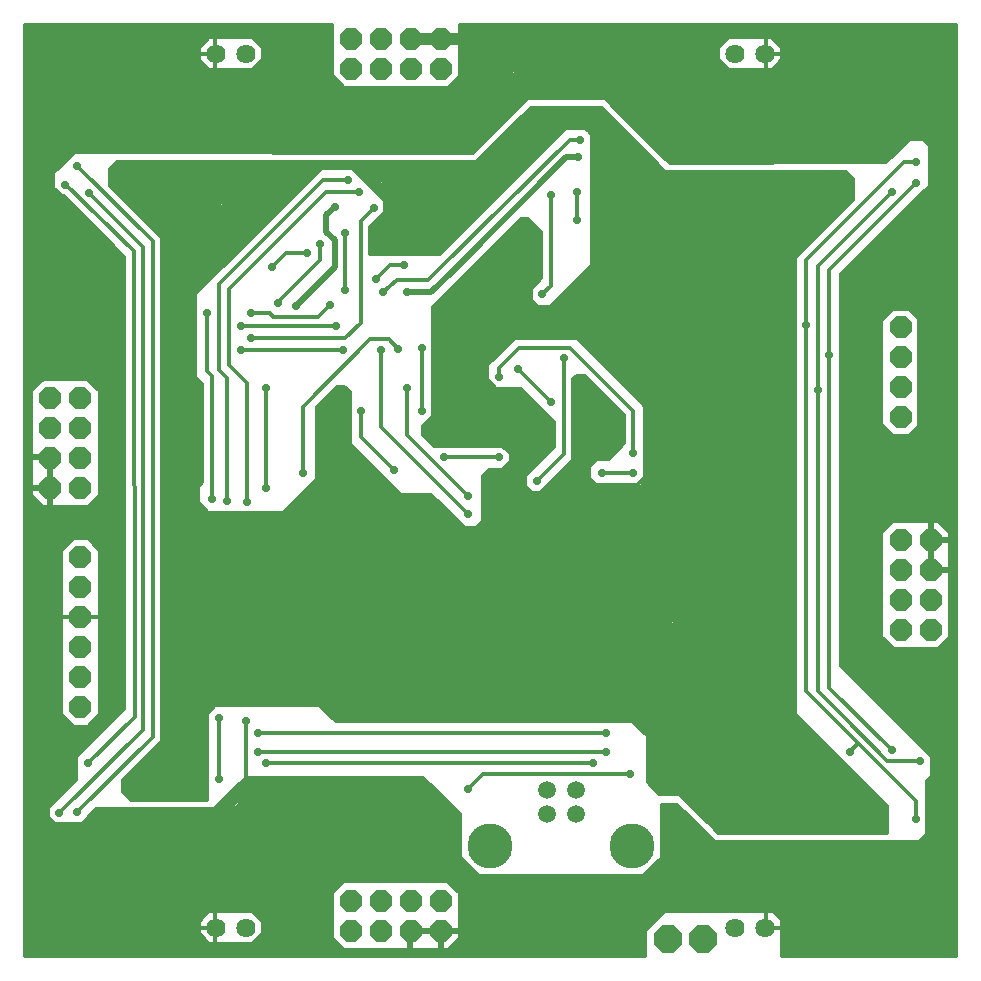
<source format=gbr>
G04 --- HEADER BEGIN --- *
%TF.GenerationSoftware,LibrePCB,LibrePCB,0.1.0*%
%TF.CreationDate,2017-11-17T17:15:03*%
%TF.ProjectId,Dancepad - Dancepad,5234ce1f-a5e1-4fe4-82c5-c527dd5c2ef1,v1*%
%TF.Part,Single*%
%FSLAX66Y66*%
%MOMM*%
G01*
G74*
G04 --- HEADER END --- *
G04 --- APERTURE LIST BEGIN --- *
%ADD10P,7.0X8X22.5*%
%ADD11C,1.6256*%
%ADD12P,2.0X8X112.5*%
%ADD13P,2.54X8X22.5*%
%ADD14P,2.0X8X292.5*%
%ADD15P,2.0X8X22.5*%
%ADD16P,2.0X8X202.5*%
%ADD17P,2.0X8X-67.5*%
%ADD18C,3.8*%
%ADD19C,1.5*%
%ADD20C,0.7*%
%ADD21C,0.3*%
%ADD22C,0.5*%
%ADD23C,1.0*%
%ADD24C,3.0*%
%ADD25C,2.0*%
G04 --- APERTURE LIST END --- *
G04 --- BOARD BEGIN --- *
D10*
X69000000Y75000000D03*
X11000000Y5000000D03*
D11*
X19270000Y3000000D03*
X16730000Y3000000D03*
D12*
X74730000Y51270000D03*
X74730000Y53810000D03*
X74730000Y46190000D03*
X74730000Y48730000D03*
X74730000Y33270000D03*
X74730000Y30730000D03*
X77270000Y33270000D03*
X77270000Y28190000D03*
X74730000Y28190000D03*
X74730000Y35810000D03*
X77270000Y35810000D03*
X77270000Y30730000D03*
D13*
X58000000Y2000000D03*
D14*
X5270000Y29270000D03*
X5270000Y24190000D03*
X5270000Y26730000D03*
X5270000Y34350000D03*
X5270000Y31810000D03*
X5270000Y21650000D03*
D11*
X60730000Y77000000D03*
X63270000Y77000000D03*
X60730000Y3000000D03*
X63270000Y3000000D03*
X19270000Y77000000D03*
X16730000Y77000000D03*
D13*
X55000000Y2000000D03*
D15*
X33270000Y5270000D03*
X30730000Y5270000D03*
X33270000Y2730000D03*
X28190000Y2730000D03*
X28190000Y5270000D03*
X35810000Y5270000D03*
X35810000Y2730000D03*
X30730000Y2730000D03*
D10*
X69000000Y5000000D03*
D16*
X33270000Y75730000D03*
X30730000Y75730000D03*
X33270000Y78270000D03*
X28190000Y78270000D03*
X28190000Y75730000D03*
X35810000Y75730000D03*
X35810000Y78270000D03*
X30730000Y78270000D03*
D17*
X5270000Y42730000D03*
X5270000Y45270000D03*
X2730000Y42730000D03*
X2730000Y47810000D03*
X5270000Y47810000D03*
X5270000Y40190000D03*
X2730000Y40190000D03*
X2730000Y45270000D03*
D10*
X11000000Y75000000D03*
D18*
X39980000Y9900000D03*
D19*
X44750000Y12610000D03*
X47250000Y14610000D03*
D18*
X52020000Y9900000D03*
D19*
X44750000Y14610000D03*
X47250000Y12610000D03*
D20*
X46200000Y51200000D03*
X45100000Y65000000D03*
X47300000Y62900000D03*
X47300000Y65300000D03*
X45100000Y47500000D03*
X40700000Y42800000D03*
X36100000Y42800000D03*
X49400000Y41500000D03*
X52100000Y41500000D03*
X44400000Y56600000D03*
X42300000Y50300000D03*
X23500000Y55600000D03*
X21500000Y58900000D03*
X22000000Y55900000D03*
X30300000Y57900000D03*
X25600000Y60900000D03*
X24500000Y60100000D03*
X32700000Y59100000D03*
X21000000Y48700000D03*
X21000000Y40200000D03*
X32900000Y48700000D03*
X38100000Y39500000D03*
X40700000Y49600000D03*
X52100000Y43200000D03*
X74000000Y65300000D03*
X76000000Y67800000D03*
X76000000Y66000000D03*
X74000000Y18000000D03*
X76000000Y12200000D03*
X76400000Y17100000D03*
X66700000Y54000000D03*
X68700000Y51500000D03*
X67700000Y48500000D03*
X3500000Y12700000D03*
X5000000Y12800000D03*
X5900000Y16900000D03*
X4000000Y65900000D03*
X5000000Y67500000D03*
X6000000Y65200000D03*
X18900000Y53900000D03*
X18900000Y51900000D03*
X19700000Y52900000D03*
X27500000Y51900000D03*
X30100000Y63900000D03*
X26900000Y53900000D03*
X21000000Y16900000D03*
X20300000Y17900000D03*
X20300000Y19500000D03*
X49800000Y19500000D03*
X49800000Y17900000D03*
X48700000Y16900000D03*
X70400000Y17900000D03*
X27700000Y57000000D03*
X27700000Y61800000D03*
X30900000Y56800000D03*
X47600000Y69700000D03*
X30700000Y51900000D03*
X38100000Y38000000D03*
X38100000Y14700000D03*
X51800000Y16000000D03*
X17000000Y15600000D03*
X17000000Y20700000D03*
X24100000Y41500000D03*
X32200000Y52000000D03*
X31800000Y41700000D03*
X29000000Y46700000D03*
X34200000Y46700000D03*
X34200000Y52100000D03*
X43900000Y40800000D03*
X76000000Y23100000D03*
X77300000Y21800000D03*
X78500000Y23100000D03*
X19400000Y39000000D03*
X28900000Y65300000D03*
X17700000Y39100000D03*
X27900000Y66300000D03*
X16400000Y39300000D03*
X16000000Y55000000D03*
X19700000Y55000000D03*
X26400000Y55700000D03*
X55700000Y10000000D03*
X54500000Y8400000D03*
X55100000Y12900000D03*
X54900000Y11500000D03*
X46000000Y6100000D03*
X45000000Y5000000D03*
X47000000Y5000000D03*
X48200000Y6100000D03*
X43800000Y6100000D03*
X55100000Y14500000D03*
X53800000Y15700000D03*
X37400000Y69300000D03*
X35700000Y67100000D03*
X19300000Y20500000D03*
X36800000Y11700000D03*
X26800000Y64000000D03*
X26800000Y69600000D03*
X32900000Y56800000D03*
X47400000Y68200000D03*
X45600000Y74000000D03*
X23100000Y4000000D03*
X21800000Y2700000D03*
X12900000Y32100000D03*
X13700000Y32100000D03*
X16600000Y69300000D03*
X1900000Y52900000D03*
X2800000Y53800000D03*
X3700000Y52900000D03*
X8200000Y56900000D03*
X5100000Y63000000D03*
X3100000Y58000000D03*
X65000000Y24900000D03*
X63800000Y24900000D03*
X62600000Y24900000D03*
X24800000Y23400000D03*
X24800000Y22500000D03*
X24800000Y24300000D03*
X12800000Y50400000D03*
X13700000Y50400000D03*
X14600000Y50400000D03*
X9100000Y66500000D03*
X9100000Y67300000D03*
X69500000Y64900000D03*
X69500000Y65700000D03*
X69500000Y66500000D03*
X70900000Y13300000D03*
X70900000Y12500000D03*
X70900000Y11700000D03*
X9100000Y65700000D03*
X11000000Y15700000D03*
X10400000Y15100000D03*
X9800000Y14500000D03*
X56000000Y15800000D03*
X56600000Y15200000D03*
X57200000Y14600000D03*
X51300000Y29000000D03*
X52100000Y29000000D03*
X47400000Y35800000D03*
X46000000Y37100000D03*
X23500000Y66100000D03*
X24000000Y66600000D03*
X24500000Y67100000D03*
X64300000Y46000000D03*
X65100000Y46000000D03*
D21*
X47300000Y62900000D02*
X47300000Y65300000D01*
X36100000Y42800000D02*
X40700000Y42800000D01*
X44400000Y56600000D02*
X45100000Y57300000D01*
X45100000Y57300000D02*
X45100000Y65000000D01*
X42300000Y50300000D02*
X45100000Y47500000D01*
X22000000Y55900000D02*
X22300000Y56200000D01*
X22300000Y56200000D02*
X25600000Y59500000D01*
X25600000Y60900000D02*
X25600000Y59500000D01*
X21500000Y58900000D02*
X22700000Y60100000D01*
X22700000Y60100000D02*
X24500000Y60100000D01*
X32700000Y59100000D02*
X31500000Y59100000D01*
X31500000Y59100000D02*
X30300000Y57900000D01*
X21000000Y40200000D02*
X21000000Y48700000D01*
X32900000Y48700000D02*
X32900000Y44700000D01*
X32900000Y44700000D02*
X38100000Y39500000D01*
X40700000Y49600000D02*
X40700000Y50400000D01*
X52100000Y41500000D02*
X49400000Y41500000D01*
X52100000Y43200000D02*
X52100000Y46700000D01*
X52100000Y46700000D02*
X46700000Y52100000D01*
X46700000Y52100000D02*
X42400000Y52100000D01*
X42400000Y52100000D02*
X42400000Y52100000D01*
X42400000Y52100000D02*
X40700000Y50400000D01*
X76400000Y17100000D02*
X73600000Y17100000D01*
X73600000Y17100000D02*
X69900000Y20800000D01*
X69900000Y20800000D02*
X67700000Y23000000D01*
X67700000Y23000000D02*
X67700000Y59000000D01*
X76000000Y12200000D02*
X76000000Y13700000D01*
X70000000Y19700000D02*
X66700000Y23000000D01*
X66700000Y23000000D02*
X66700000Y36600000D01*
X74000000Y65300000D02*
X67700000Y59000000D01*
X76000000Y66000000D02*
X76000000Y66000000D01*
X76000000Y66000000D02*
X68700000Y58700000D01*
X68700000Y58700000D02*
X68700000Y23300000D01*
X68700000Y23300000D02*
X74000000Y18000000D01*
X5000000Y67500000D02*
X11400000Y61100000D01*
X11400000Y61100000D02*
X11400000Y22000000D01*
X11400000Y22000000D02*
X11400000Y19100000D01*
X11400000Y19100000D02*
X5000000Y12800000D01*
X6000000Y65200000D02*
X10600000Y60600000D01*
X10600000Y60600000D02*
X10600000Y59100000D01*
X10600000Y59100000D02*
X10600000Y19700000D01*
X10600000Y19700000D02*
X3500000Y12700000D01*
X5900000Y16900000D02*
X9900000Y20800000D01*
X9900000Y20800000D02*
X9900000Y20800000D01*
X9900000Y20800000D02*
X9800000Y60300000D01*
X9800000Y60300000D02*
X3900000Y66000000D01*
X3900000Y66000000D02*
X4000000Y65800000D01*
X4000000Y65800000D02*
X4000000Y65900000D01*
X27500000Y51900000D02*
X18900000Y51900000D01*
X26900000Y53900000D02*
X18900000Y53900000D01*
X19700000Y52900000D02*
X27700000Y52900000D01*
X27700000Y52900000D02*
X29000000Y54200000D01*
X29000000Y54200000D02*
X29000000Y62800000D01*
X29000000Y62800000D02*
X30100000Y63900000D01*
X49800000Y19500000D02*
X20300000Y19500000D01*
X49800000Y17900000D02*
X20300000Y17900000D01*
X48700000Y16900000D02*
X21000000Y16900000D01*
X70400000Y17900000D02*
X71100000Y18600000D01*
X76000000Y13700000D02*
X71100000Y18600000D01*
X71100000Y18600000D02*
X70000000Y19700000D01*
X27700000Y61800000D02*
X27700000Y57000000D01*
X30700000Y51900000D02*
X30700000Y45400000D01*
X30700000Y45400000D02*
X38100000Y38000000D01*
X38100000Y14700000D02*
X39400000Y16000000D01*
X39400000Y16000000D02*
X47400000Y16000000D01*
X51800000Y16000000D02*
X47400000Y16000000D01*
X17000000Y20700000D02*
X17000000Y15600000D01*
X24100000Y41500000D02*
X24100000Y47100000D01*
X24100000Y47100000D02*
X29800000Y52800000D01*
X29800000Y52800000D02*
X31400000Y52800000D01*
X31400000Y52800000D02*
X32200000Y52000000D01*
X31800000Y41700000D02*
X29000000Y44500000D01*
X29000000Y44500000D02*
X29000000Y46700000D01*
X34200000Y52100000D02*
X34200000Y46700000D01*
X46200000Y51200000D02*
X46200000Y43100000D01*
X46200000Y43100000D02*
X43900000Y40800000D01*
X78900000Y36100000D02*
X78900000Y36400000D01*
X78900000Y36400000D02*
X78400000Y36900000D01*
X78400000Y36900000D02*
X77900000Y37400000D01*
X77000000Y37400000D02*
X74100000Y37400000D01*
X74100000Y37400000D02*
X73500000Y36800000D01*
X73500000Y36800000D02*
X73100000Y36400000D01*
X73100000Y36400000D02*
X73100000Y28700000D01*
X73100000Y28700000D02*
X73100000Y27600000D01*
X73100000Y27600000D02*
X73700000Y27000000D01*
X73700000Y27000000D02*
X74100000Y26600000D01*
X74100000Y26600000D02*
X76700000Y26600000D01*
X76700000Y26600000D02*
X77900000Y26600000D01*
X77900000Y26600000D02*
X78800000Y27500000D01*
X78800000Y27500000D02*
X78900000Y27600000D01*
X78900000Y27600000D02*
X78900000Y35900000D01*
X78900000Y33270000D02*
X78900000Y35900000D01*
X78900000Y35900000D02*
X78900000Y36100000D01*
X78900000Y35900000D02*
X78900000Y35800000D01*
X79400000Y27000000D02*
X79400000Y76400000D01*
X79400000Y76400000D02*
X79400000Y79400000D01*
X79400000Y79400000D02*
X58700000Y79400000D01*
X58700000Y79400000D02*
X37400000Y79400000D01*
X37400000Y79400000D02*
X37400000Y75800000D01*
X37400000Y75800000D02*
X37400000Y75100000D01*
X37400000Y75100000D02*
X36700000Y74400000D01*
X36700000Y74400000D02*
X36400000Y74100000D01*
X36400000Y74100000D02*
X28900000Y74100000D01*
X28900000Y74100000D02*
X27600000Y74100000D01*
X27600000Y74100000D02*
X26900000Y74800000D01*
X26900000Y74800000D02*
X26600000Y75100000D01*
X26600000Y75100000D02*
X26600000Y76200000D01*
X26600000Y76200000D02*
X26600000Y79400000D01*
X26600000Y79400000D02*
X24900000Y79400000D01*
X24900000Y79400000D02*
X600000Y79400000D01*
X600000Y79400000D02*
X600000Y74200000D01*
X600000Y74200000D02*
X600000Y600000D01*
X600000Y600000D02*
X17600000Y600000D01*
X17600000Y600000D02*
X53100000Y600000D01*
X53100000Y600000D02*
X53100000Y2600000D01*
X53100000Y2600000D02*
X53100000Y2700000D01*
X53100000Y2700000D02*
X54200000Y3800000D01*
X54200000Y3800000D02*
X54800000Y4400000D01*
X54800000Y4400000D02*
X57900000Y4400000D01*
X57900000Y4400000D02*
X57900000Y4400000D01*
X57900000Y4400000D02*
X61100000Y4400000D01*
X61100000Y4400000D02*
X63900000Y4400000D01*
X63900000Y4400000D02*
X64700000Y3600000D01*
X64700000Y3600000D02*
X64700000Y600000D01*
X64700000Y600000D02*
X72200000Y600000D01*
X72200000Y600000D02*
X79400000Y600000D01*
X79400000Y600000D02*
X79400000Y4400000D01*
X79400000Y23100000D02*
X79400000Y4400000D01*
X79400000Y23100000D02*
X78500000Y23100000D01*
X79400000Y23100000D02*
X79400000Y27000000D01*
X37400000Y5100000D02*
X37400000Y5900000D01*
X37400000Y5900000D02*
X36600000Y6700000D01*
X36600000Y6700000D02*
X36400000Y6900000D01*
X36400000Y6900000D02*
X28500000Y6900000D01*
X28500000Y6900000D02*
X27600000Y6900000D01*
X27600000Y6900000D02*
X26600000Y5900000D01*
X26600000Y5900000D02*
X26600000Y5900000D01*
X26600000Y5900000D02*
X26600000Y2700000D01*
X26600000Y2700000D02*
X26600000Y2100000D01*
X26600000Y2100000D02*
X27300000Y1400000D01*
X27300000Y1400000D02*
X27600000Y1100000D01*
X36400000Y1100000D02*
X37300000Y2000000D01*
X37300000Y2000000D02*
X37400000Y2100000D01*
X33270000Y2730000D02*
X33200000Y2730000D01*
X33200000Y1100000D02*
X33400000Y1100000D01*
X27600000Y1100000D02*
X33200000Y1100000D01*
X33200000Y1100000D02*
X33400000Y1100000D01*
X61100000Y4400000D02*
X63300000Y4400000D01*
X63300000Y4400000D02*
X63300000Y3000000D01*
X65100000Y3000000D02*
X63300000Y3000000D01*
X26600000Y2100000D02*
X20700000Y2100000D01*
X20700000Y2100000D02*
X20700000Y3100000D01*
X19800000Y4400000D02*
X16200000Y4400000D01*
X16200000Y4400000D02*
X15600000Y3800000D01*
X15600000Y3800000D02*
X15300000Y3500000D01*
X15300000Y3500000D02*
X15300000Y2700000D01*
X15300000Y2700000D02*
X15300000Y2500000D01*
X15300000Y2500000D02*
X15900000Y1900000D01*
X15900000Y1900000D02*
X16200000Y1600000D01*
X17800000Y1600000D02*
X19800000Y1600000D01*
X19800000Y1600000D02*
X20400000Y2200000D01*
X20400000Y2200000D02*
X20700000Y2500000D01*
X20700000Y2500000D02*
X20700000Y3500000D01*
X20700000Y3500000D02*
X20700000Y3100000D01*
X20700000Y3500000D02*
X19800000Y4400000D01*
X16200000Y4400000D02*
X16700000Y4400000D01*
X16200000Y1600000D02*
X16700000Y1600000D01*
X16700000Y1600000D02*
X17800000Y1600000D01*
X15300000Y2700000D02*
X15300000Y3000000D01*
X15300000Y3000000D02*
X16700000Y3000000D01*
X16700000Y4400000D02*
X16700000Y3000000D01*
X16700000Y3000000D02*
X16700000Y1600000D01*
X600000Y600000D02*
X600000Y20000000D01*
X5200000Y20000000D02*
X5900000Y20000000D01*
X5900000Y20000000D02*
X6600000Y20700000D01*
X6600000Y20700000D02*
X6900000Y21000000D01*
X6900000Y21000000D02*
X6900000Y22100000D01*
X6900000Y35000000D02*
X6100000Y35800000D01*
X6100000Y35800000D02*
X5900000Y36000000D01*
X5900000Y36000000D02*
X4700000Y36000000D01*
X4700000Y36000000D02*
X4200000Y35500000D01*
X4200000Y35500000D02*
X3600000Y34900000D01*
X3600000Y34900000D02*
X3600000Y29300000D01*
X3600000Y29300000D02*
X3600000Y21100000D01*
X3600000Y21100000D02*
X4700000Y20000000D01*
X600000Y20000000D02*
X4700000Y20000000D01*
X4700000Y20000000D02*
X5200000Y20000000D01*
X6900000Y29300000D02*
X3600000Y29300000D01*
X6900000Y22100000D02*
X6900000Y29300000D01*
X6900000Y29300000D02*
X6900000Y35000000D01*
X19400000Y39000000D02*
X19400000Y49100000D01*
X19400000Y49100000D02*
X18700000Y49800000D01*
X18700000Y49800000D02*
X17900000Y50600000D01*
X17900000Y50600000D02*
X17900000Y54600000D01*
X17900000Y54600000D02*
X17900000Y57100000D01*
X17900000Y57100000D02*
X22200000Y61400000D01*
X22200000Y61400000D02*
X26100000Y65300000D01*
X26100000Y65300000D02*
X28900000Y65300000D01*
X17700000Y39100000D02*
X17700000Y49500000D01*
X17700000Y49500000D02*
X17000000Y50200000D01*
X17000000Y50200000D02*
X17000000Y57500000D01*
X17000000Y57500000D02*
X25800000Y66300000D01*
X28000000Y66300000D02*
X25800000Y66300000D01*
X16400000Y39300000D02*
X16400000Y49700000D01*
X16400000Y49700000D02*
X16000000Y50100000D01*
X16000000Y55000000D02*
X16000000Y50100000D01*
X19700000Y55000000D02*
X21300000Y55000000D01*
X21300000Y55000000D02*
X21600000Y54700000D01*
X21600000Y54700000D02*
X25400000Y54700000D01*
X25400000Y54700000D02*
X26400000Y55700000D01*
X600000Y20000000D02*
X600000Y38600000D01*
X2900000Y38600000D02*
X5900000Y38600000D01*
X5900000Y38600000D02*
X6500000Y39200000D01*
X6500000Y39200000D02*
X6900000Y39600000D01*
X6900000Y39600000D02*
X6900000Y40800000D01*
X6900000Y40800000D02*
X6900000Y48400000D01*
X6900000Y48400000D02*
X6200000Y49100000D01*
X6200000Y49100000D02*
X5900000Y49400000D01*
X5900000Y49400000D02*
X2400000Y49400000D01*
X2400000Y49400000D02*
X2100000Y49400000D01*
X2100000Y49400000D02*
X1200000Y48500000D01*
X1200000Y48500000D02*
X1100000Y48400000D01*
X1100000Y39600000D02*
X2100000Y38600000D01*
X1100000Y48400000D02*
X1100000Y42800000D01*
X24900000Y79400000D02*
X20700000Y79400000D01*
X20700000Y77000000D02*
X20700000Y76500000D01*
X20700000Y76500000D02*
X20000000Y75800000D01*
X20000000Y75800000D02*
X19800000Y75600000D01*
X19800000Y75600000D02*
X18400000Y75600000D01*
X16200000Y75600000D02*
X15400000Y76400000D01*
X15400000Y76400000D02*
X15300000Y76500000D01*
X15300000Y76500000D02*
X15300000Y77300000D01*
X15300000Y77300000D02*
X15300000Y77500000D01*
X15300000Y77500000D02*
X16200000Y78400000D01*
X16200000Y78400000D02*
X16400000Y78400000D01*
X16400000Y78400000D02*
X19500000Y78400000D01*
X19500000Y78400000D02*
X19800000Y78400000D01*
X19800000Y78400000D02*
X20700000Y77500000D01*
X20700000Y79400000D02*
X20700000Y77500000D01*
X20700000Y77500000D02*
X20700000Y77000000D01*
X16400000Y78400000D02*
X16700000Y78400000D01*
X18400000Y75600000D02*
X16700000Y75600000D01*
X16700000Y75600000D02*
X16200000Y75600000D01*
X15300000Y76500000D02*
X15300000Y77000000D01*
X15300000Y77000000D02*
X16700000Y77000000D01*
X16700000Y78400000D02*
X16700000Y77000000D01*
X16700000Y77000000D02*
X16700000Y75600000D01*
X26600000Y79400000D02*
X26600000Y78300000D01*
X79400000Y76400000D02*
X79400000Y55400000D01*
X74700000Y55400000D02*
X74100000Y55400000D01*
X74100000Y55400000D02*
X73400000Y54700000D01*
X73400000Y54700000D02*
X73100000Y54400000D01*
X73100000Y54400000D02*
X73100000Y46200000D01*
X73100000Y46200000D02*
X73100000Y45600000D01*
X73100000Y45600000D02*
X73900000Y44800000D01*
X73900000Y44800000D02*
X74100000Y44600000D01*
X74100000Y44600000D02*
X75000000Y44600000D01*
X75000000Y44600000D02*
X75400000Y44600000D01*
X75400000Y44600000D02*
X76000000Y45200000D01*
X76000000Y45200000D02*
X76300000Y45500000D01*
X76300000Y45500000D02*
X76300000Y47100000D01*
X76300000Y47100000D02*
X76300000Y54500000D01*
X76300000Y54500000D02*
X75400000Y55400000D01*
X75400000Y55400000D02*
X74700000Y55400000D01*
X54900000Y11500000D02*
X54500000Y11500000D01*
X54500000Y9500000D02*
X54500000Y8900000D01*
X54500000Y8900000D02*
X53200000Y7600000D01*
X53200000Y7600000D02*
X53000000Y7400000D01*
X53000000Y7400000D02*
X51300000Y7400000D01*
X51300000Y7400000D02*
X39000000Y7400000D01*
X39000000Y7400000D02*
X38000000Y8400000D01*
X38000000Y8400000D02*
X37400000Y9000000D01*
X37400000Y9000000D02*
X37400000Y10600000D01*
X37400000Y10600000D02*
X37400000Y12600000D01*
X37400000Y12600000D02*
X34300000Y15700000D01*
X19300000Y15700000D02*
X16600000Y13000000D01*
X16600000Y13000000D02*
X6600000Y13000000D01*
X6600000Y13000000D02*
X5800000Y12200000D01*
X5800000Y12200000D02*
X5400000Y11800000D01*
X5400000Y11800000D02*
X3400000Y11800000D01*
X3400000Y11800000D02*
X3100000Y11800000D01*
X3100000Y11800000D02*
X2600000Y12300000D01*
X2600000Y12300000D02*
X2500000Y12400000D01*
X2500000Y12400000D02*
X2500000Y13100000D01*
X2500000Y13100000D02*
X3200000Y13800000D01*
X3200000Y13800000D02*
X4900000Y15500000D01*
X4900000Y15500000D02*
X4900000Y17400000D01*
X4900000Y17400000D02*
X9000000Y21500000D01*
X9000000Y21500000D02*
X9000000Y59800000D01*
X9000000Y59800000D02*
X3900000Y64900000D01*
X3900000Y64900000D02*
X3700000Y64900000D01*
X3700000Y64900000D02*
X3000000Y65600000D01*
X3000000Y65600000D02*
X3000000Y66000000D01*
X3000000Y66000000D02*
X3000000Y66900000D01*
X3000000Y66900000D02*
X4800000Y68700000D01*
X4800000Y68700000D02*
X38500000Y68600000D01*
X38500000Y68600000D02*
X43200000Y73200000D01*
X43200000Y73200000D02*
X49700000Y73200000D01*
X49700000Y73200000D02*
X53200000Y69700000D01*
X53200000Y69700000D02*
X55200000Y67700000D01*
X55200000Y67700000D02*
X72700000Y67800000D01*
X72700000Y67800000D02*
X73500000Y67800000D01*
X73500000Y67800000D02*
X75500000Y69800000D01*
X75500000Y69800000D02*
X76600000Y69800000D01*
X76600000Y69800000D02*
X77200000Y69200000D01*
X77200000Y69200000D02*
X77200000Y65800000D01*
X77200000Y65800000D02*
X75200000Y63800000D01*
X75200000Y63800000D02*
X69700000Y58300000D01*
X69700000Y58300000D02*
X69700000Y50900000D01*
X69700000Y50900000D02*
X69700000Y25100000D01*
X76800000Y18000000D02*
X77400000Y17400000D01*
X77400000Y17400000D02*
X77400000Y15800000D01*
X77400000Y15800000D02*
X77000000Y15400000D01*
X77000000Y15400000D02*
X77000000Y11200000D01*
X77000000Y11200000D02*
X77000000Y10900000D01*
X77000000Y10900000D02*
X76300000Y10200000D01*
X76300000Y10200000D02*
X59000000Y10200000D01*
X59000000Y10200000D02*
X55800000Y13400000D01*
X55800000Y13400000D02*
X54500000Y13400000D01*
X54500000Y13400000D02*
X54500000Y10800000D01*
X54500000Y11500000D02*
X54500000Y10800000D01*
X54500000Y10800000D02*
X54500000Y9500000D01*
X58700000Y79400000D02*
X59300000Y79400000D01*
X59300000Y77300000D02*
X59300000Y76500000D01*
X59300000Y76500000D02*
X59700000Y76100000D01*
X59700000Y76100000D02*
X60200000Y75600000D01*
X60200000Y75600000D02*
X63100000Y75600000D01*
X63100000Y75600000D02*
X63800000Y75600000D01*
X63800000Y75600000D02*
X64400000Y76200000D01*
X64400000Y76200000D02*
X64700000Y76500000D01*
X64700000Y76500000D02*
X64700000Y77100000D01*
X64700000Y77100000D02*
X64700000Y77500000D01*
X64700000Y77500000D02*
X64100000Y78100000D01*
X64100000Y78100000D02*
X63800000Y78400000D01*
X60500000Y78400000D02*
X60200000Y78400000D01*
X60200000Y78400000D02*
X59300000Y77500000D01*
X59300000Y79400000D02*
X59300000Y77500000D01*
X59300000Y77500000D02*
X59300000Y77300000D01*
X55100000Y14500000D02*
X55100000Y14300000D01*
X55100000Y14300000D02*
X55500000Y14300000D01*
X56000000Y14300000D02*
X58900000Y11400000D01*
X58900000Y11400000D02*
X59300000Y11000000D01*
X59300000Y11000000D02*
X66400000Y11000000D01*
X66400000Y11000000D02*
X73600000Y11000000D01*
X73600000Y11000000D02*
X73600000Y12400000D01*
X73600000Y12400000D02*
X73600000Y13300000D01*
X73600000Y13300000D02*
X69000000Y17900000D01*
X69000000Y17900000D02*
X65800000Y21100000D01*
X65800000Y21100000D02*
X65800000Y25700000D01*
X65800000Y25700000D02*
X65800000Y59700000D01*
X65800000Y59700000D02*
X70700000Y64600000D01*
X70700000Y64600000D02*
X70700000Y66400000D01*
X70700000Y66400000D02*
X70200000Y66900000D01*
X70200000Y66900000D02*
X70100000Y67000000D01*
X70100000Y67000000D02*
X68800000Y67000000D01*
X68800000Y67000000D02*
X54800000Y67000000D01*
X54800000Y67000000D02*
X51200000Y70600000D01*
X51200000Y70600000D02*
X49400000Y72400000D01*
X49400000Y72400000D02*
X45200000Y72400000D01*
X45200000Y72400000D02*
X43400000Y72400000D01*
X43400000Y72400000D02*
X39300000Y68300000D01*
X39300000Y68300000D02*
X38800000Y67800000D01*
X38800000Y67800000D02*
X34100000Y67800000D01*
X34100000Y67800000D02*
X8400000Y67800000D01*
X8400000Y67800000D02*
X7800000Y67200000D01*
X7800000Y67200000D02*
X7800000Y65800000D01*
X7800000Y65800000D02*
X10600000Y63000000D01*
X10600000Y63000000D02*
X12200000Y61400000D01*
X12200000Y61400000D02*
X12200000Y56900000D01*
X12200000Y56900000D02*
X12200000Y18800000D01*
X12200000Y18800000D02*
X10500000Y17100000D01*
X10500000Y17100000D02*
X8900000Y15500000D01*
X8900000Y15500000D02*
X8900000Y14500000D01*
X8900000Y14500000D02*
X9600000Y13800000D01*
X9600000Y13800000D02*
X11700000Y13800000D01*
X11700000Y13800000D02*
X16000000Y13800000D01*
X16000000Y13800000D02*
X16000000Y17600000D01*
X16000000Y17600000D02*
X16000000Y21100000D01*
X16000000Y21100000D02*
X16700000Y21800000D01*
X16700000Y21800000D02*
X17300000Y21800000D01*
X17300000Y21800000D02*
X17300000Y21800000D01*
X17300000Y21800000D02*
X17300000Y21800000D01*
X17300000Y21800000D02*
X20600000Y21800000D01*
X20600000Y21800000D02*
X22500000Y21800000D01*
X22500000Y21800000D02*
X22500000Y21800000D01*
X22500000Y21800000D02*
X24100000Y21800000D01*
X24100000Y21800000D02*
X25500000Y21800000D01*
X25500000Y21800000D02*
X26900000Y20500000D01*
X26900000Y20500000D02*
X49500000Y20500000D01*
X49500000Y20500000D02*
X52000000Y20500000D01*
X52000000Y20500000D02*
X53300000Y19200000D01*
X53300000Y19200000D02*
X53300000Y15300000D01*
X53300000Y15300000D02*
X54300000Y14300000D01*
X55700000Y14300000D02*
X54300000Y14300000D01*
X55500000Y14300000D02*
X55700000Y14300000D01*
X55700000Y14300000D02*
X56000000Y14300000D01*
X19300000Y15700000D02*
X19300000Y20500000D01*
X34300000Y15700000D02*
X19300000Y15700000D01*
X19300000Y15700000D02*
X19300000Y15700000D01*
D22*
X26800000Y64000000D02*
X26100000Y63300000D01*
X26100000Y63300000D02*
X26100000Y62800000D01*
X26100000Y62800000D02*
X26100000Y61900000D01*
X26100000Y61900000D02*
X26800000Y61200000D01*
X26800000Y61200000D02*
X26800000Y58900000D01*
X26800000Y58900000D02*
X23500000Y55600000D01*
D21*
X34700000Y57800000D02*
X35700000Y58800000D01*
X46700000Y69700000D02*
X35700000Y58800000D01*
X32100000Y57800000D02*
X34700000Y57800000D01*
X32100000Y57800000D02*
X30900000Y56800000D01*
D22*
X32900000Y56800000D02*
X35000000Y56800000D01*
X35000000Y56800000D02*
X36900000Y58700000D01*
X36900000Y58700000D02*
X46400000Y68200000D01*
X46400000Y68200000D02*
X47400000Y68200000D01*
D21*
X47600000Y69700000D02*
X46700000Y69700000D01*
X31700000Y60000000D02*
X29800000Y60000000D01*
X29800000Y60000000D02*
X29800000Y62300000D01*
X29800000Y62300000D02*
X31100000Y63600000D01*
X31100000Y63600000D02*
X31100000Y64400000D01*
X31100000Y64400000D02*
X31100000Y64500000D01*
X31100000Y64500000D02*
X28900000Y66700000D01*
X28900000Y66700000D02*
X28300000Y67300000D01*
X28300000Y67300000D02*
X27400000Y67300000D01*
X27400000Y67300000D02*
X25700000Y67300000D01*
X25700000Y67300000D02*
X15600000Y57200000D01*
X15600000Y57200000D02*
X15000000Y56600000D01*
X15000000Y56600000D02*
X15000000Y53700000D01*
X15000000Y53700000D02*
X15000000Y49600000D01*
X15000000Y49600000D02*
X15600000Y49000000D01*
X15600000Y49000000D02*
X15600000Y40700000D01*
X15600000Y40700000D02*
X15200000Y40300000D01*
X15200000Y40300000D02*
X15200000Y39000000D01*
X15200000Y39000000D02*
X16100000Y38100000D01*
X16100000Y38100000D02*
X22400000Y38100000D01*
X22400000Y38100000D02*
X25300000Y41000000D01*
X25300000Y41000000D02*
X25300000Y47100000D01*
X25300000Y47100000D02*
X27000000Y48800000D01*
X27000000Y48800000D02*
X27600000Y48800000D01*
X27600000Y48800000D02*
X28100000Y48300000D01*
X28100000Y48300000D02*
X28100000Y43900000D01*
X28100000Y43900000D02*
X32400000Y39600000D01*
X32400000Y39600000D02*
X35000000Y39600000D01*
X35000000Y39600000D02*
X37800000Y36800000D01*
X37800000Y36800000D02*
X38800000Y36800000D01*
X38800000Y36800000D02*
X39400000Y37400000D01*
X39400000Y37400000D02*
X39400000Y41200000D01*
X39400000Y41200000D02*
X39900000Y41700000D01*
X39900000Y41700000D02*
X41000000Y41700000D01*
X41000000Y41700000D02*
X41600000Y42300000D01*
X41600000Y42300000D02*
X41700000Y42400000D01*
X41700000Y42400000D02*
X41700000Y42900000D01*
X41700000Y42900000D02*
X41700000Y43100000D01*
X41700000Y43100000D02*
X41300000Y43500000D01*
X41300000Y43500000D02*
X41000000Y43800000D01*
X41000000Y43800000D02*
X40200000Y43800000D01*
X40200000Y43800000D02*
X35200000Y43800000D01*
X35200000Y43800000D02*
X34900000Y44100000D01*
X34900000Y44100000D02*
X34300000Y44700000D01*
X34300000Y44700000D02*
X34300000Y45500000D01*
X34300000Y45500000D02*
X35100000Y46300000D01*
X35100000Y46300000D02*
X35100000Y55500000D01*
X35100000Y55500000D02*
X37500000Y57900000D01*
X37500000Y57900000D02*
X42600000Y63000000D01*
X42600000Y63000000D02*
X43200000Y63000000D01*
X43200000Y63000000D02*
X44300000Y61900000D01*
X44300000Y61900000D02*
X44300000Y59500000D01*
X44300000Y59500000D02*
X44300000Y58000000D01*
X44300000Y58000000D02*
X43400000Y57100000D01*
X43400000Y57100000D02*
X43400000Y56100000D01*
X43400000Y56100000D02*
X44000000Y55500000D01*
X44000000Y55500000D02*
X45000000Y55500000D01*
X45000000Y55500000D02*
X45700000Y56200000D01*
X45700000Y56200000D02*
X48600000Y59100000D01*
X48600000Y59100000D02*
X48600000Y69500000D01*
X48600000Y69500000D02*
X48600000Y70100000D01*
X48600000Y70100000D02*
X48300000Y70400000D01*
X48300000Y70400000D02*
X48000000Y70700000D01*
X48000000Y70700000D02*
X47000000Y70700000D01*
X47000000Y70700000D02*
X46400000Y70700000D01*
X46400000Y70700000D02*
X35700000Y60000000D01*
X35700000Y60000000D02*
X35700000Y67100000D01*
X35700000Y60000000D02*
X31700000Y60000000D01*
X40200000Y43800000D02*
X39700000Y43800000D01*
X39700000Y50600000D02*
X41700000Y52600000D01*
X41700000Y52600000D02*
X42000000Y52900000D01*
X42000000Y52900000D02*
X46400000Y52900000D01*
X46400000Y52900000D02*
X47300000Y52900000D01*
X47300000Y52900000D02*
X52900000Y47300000D01*
X52900000Y47300000D02*
X53100000Y47100000D01*
X53100000Y47100000D02*
X53100000Y41700000D01*
X53100000Y41700000D02*
X53100000Y41100000D01*
X53100000Y41100000D02*
X52600000Y40600000D01*
X52600000Y40600000D02*
X52500000Y40500000D01*
X52500000Y40500000D02*
X49500000Y40500000D01*
X49500000Y40500000D02*
X48900000Y40500000D01*
X48900000Y40500000D02*
X48300000Y41100000D01*
X48300000Y41100000D02*
X48300000Y42000000D01*
X48300000Y42000000D02*
X49000000Y42700000D01*
X49000000Y42700000D02*
X50000000Y42700000D01*
X50000000Y42700000D02*
X51300000Y44000000D01*
X51300000Y44000000D02*
X51300000Y46400000D01*
X51300000Y46400000D02*
X48000000Y49700000D01*
X48000000Y49700000D02*
X47300000Y49700000D01*
X47300000Y49700000D02*
X47000000Y49400000D01*
X47000000Y49400000D02*
X47000000Y42600000D01*
X47000000Y42600000D02*
X44400000Y40000000D01*
X44400000Y40000000D02*
X44200000Y39800000D01*
X44200000Y39800000D02*
X43500000Y39800000D01*
X43500000Y39800000D02*
X42900000Y40400000D01*
X42900000Y40400000D02*
X42900000Y41200000D01*
X42900000Y41200000D02*
X45400000Y43700000D01*
X45400000Y43700000D02*
X45400000Y45800000D01*
X45400000Y45800000D02*
X42600000Y48600000D01*
X42600000Y48600000D02*
X40500000Y48600000D01*
X40500000Y48600000D02*
X39700000Y49400000D01*
X39700000Y49400000D02*
X39700000Y49600000D01*
X39700000Y49600000D02*
X39700000Y43800000D01*
X39700000Y49600000D02*
X39700000Y50600000D01*
D22*
X1100000Y42800000D02*
X2700000Y42800000D01*
D21*
X2700000Y38600000D02*
X2900000Y38600000D01*
X2100000Y38600000D02*
X2700000Y38600000D01*
X2700000Y38600000D02*
X2900000Y38600000D01*
X1100000Y40200000D02*
X1100000Y39600000D01*
X1100000Y40200000D02*
X1100000Y39600000D01*
X1100000Y40200000D02*
X1100000Y42800000D01*
D22*
X1100000Y40200000D02*
X2700000Y40200000D01*
X2700000Y42800000D02*
X2700000Y40200000D01*
X2700000Y40200000D02*
X2700000Y38600000D01*
X33200000Y1100000D02*
X33200000Y2700000D01*
X33200000Y2700000D02*
X37400000Y2700000D01*
D21*
X37400000Y2700000D02*
X37400000Y2100000D01*
X37400000Y2700000D02*
X37400000Y5100000D01*
D22*
X37400000Y2700000D02*
X35800000Y2700000D01*
X35800000Y2700000D02*
X35800000Y1100000D01*
D21*
X35800000Y1100000D02*
X36400000Y1100000D01*
X33400000Y1100000D02*
X35800000Y1100000D01*
X35800000Y1100000D02*
X36400000Y1100000D01*
D22*
X78900000Y33270000D02*
X77300000Y33270000D01*
D21*
X77300000Y37400000D02*
X77000000Y37400000D01*
X77900000Y37400000D02*
X77300000Y37400000D01*
X77300000Y37400000D02*
X77000000Y37400000D01*
D22*
X77300000Y35800000D02*
X78900000Y35800000D01*
X77300000Y33270000D02*
X77300000Y35800000D01*
X77300000Y35800000D02*
X77300000Y37400000D01*
D21*
X63100000Y75600000D02*
X63300000Y75600000D01*
X63800000Y78400000D02*
X63300000Y78400000D01*
X63300000Y78400000D02*
X60500000Y78400000D01*
X64700000Y77100000D02*
X64700000Y77000000D01*
X64700000Y77000000D02*
X63300000Y77000000D01*
X63300000Y75600000D02*
X63300000Y77000000D01*
X63300000Y77000000D02*
X63300000Y78400000D01*
X76000000Y67800000D02*
X75000000Y67800000D01*
X75000000Y67800000D02*
X66700000Y59500000D01*
X66700000Y59500000D02*
X66700000Y36600000D01*
X69700000Y25100000D02*
X76800000Y18000000D01*
D23*
X33270000Y78270000D02*
X38200000Y78270000D01*
X38200000Y78270000D02*
X37900000Y78270000D01*
X37900000Y78270000D02*
X37900000Y78900000D01*
X37900000Y78900000D02*
X78900000Y78900000D01*
X78900000Y78900000D02*
X78900000Y72900000D01*
D22*
X79200000Y36600000D02*
X79200000Y27700000D01*
X79200000Y27700000D02*
X79200000Y27300000D01*
X79200000Y27300000D02*
X78900000Y27000000D01*
D23*
X78900000Y27000000D02*
X78900000Y1100000D01*
X78900000Y1100000D02*
X65200000Y1100000D01*
X65200000Y1100000D02*
X65200000Y3800000D01*
X65200000Y3800000D02*
X64100000Y4900000D01*
X64100000Y4900000D02*
X54500000Y4900000D01*
X54500000Y4900000D02*
X52700000Y3100000D01*
X52700000Y3100000D02*
X52700000Y1000000D01*
X52700000Y1000000D02*
X36900000Y1000000D01*
D22*
X36900000Y1000000D02*
X36900000Y900000D01*
X36900000Y900000D02*
X27800000Y900000D01*
X27800000Y900000D02*
X27200000Y900000D01*
X27200000Y900000D02*
X27000000Y1000000D01*
D23*
X27000000Y1000000D02*
X1100000Y1100000D01*
X1100000Y1100000D02*
X1100000Y39000000D01*
D22*
X1100000Y39000000D02*
X900000Y39200000D01*
X900000Y39200000D02*
X900000Y47900000D01*
X900000Y47900000D02*
X900000Y48800000D01*
X900000Y48800000D02*
X1100000Y49100000D01*
D23*
X1100000Y49100000D02*
X1100000Y78900000D01*
X1100000Y78900000D02*
X26100000Y78900000D01*
X26100000Y78900000D02*
X26100000Y74800000D01*
X26100000Y74800000D02*
X27400000Y73500000D01*
X27400000Y73500000D02*
X36700000Y73500000D01*
X36700000Y73500000D02*
X38000000Y74800000D01*
X38000000Y74800000D02*
X38000000Y78300000D01*
X38000000Y78300000D02*
X59500000Y78300000D01*
X59500000Y78300000D02*
X58700000Y77500000D01*
X58700000Y77500000D02*
X58700000Y76400000D01*
X58700000Y76400000D02*
X60000000Y75100000D01*
X60000000Y75100000D02*
X63800000Y75000000D01*
X63800000Y75000000D02*
X65300000Y76500000D01*
X65200000Y77700000D02*
X65300000Y76500000D01*
X64500000Y78300000D02*
X65200000Y77700000D01*
X64500000Y78300000D02*
X64700000Y78100000D01*
X64700000Y78100000D02*
X77400000Y78100000D01*
X77400000Y78100000D02*
X78000000Y78100000D01*
X78000000Y78100000D02*
X78000000Y73700000D01*
X78000000Y37900000D02*
X78800000Y37100000D01*
X78800000Y37100000D02*
X78900000Y72900000D01*
D22*
X78800000Y37100000D02*
X79200000Y36600000D01*
D23*
X78000000Y37900000D02*
X73800000Y37900000D01*
X73800000Y37900000D02*
X73000000Y37100000D01*
X73000000Y37100000D02*
X72600000Y36700000D01*
X72600000Y36700000D02*
X72600000Y27400000D01*
X72600000Y27400000D02*
X74000000Y26000000D01*
X77700000Y26100000D02*
X74000000Y26000000D01*
X78300000Y26400000D02*
X77700000Y26100000D01*
X65900000Y4300000D02*
X64500000Y5700000D01*
X64500000Y5700000D02*
X54100000Y5700000D01*
X54100000Y5700000D02*
X52000000Y3600000D01*
X52000000Y3600000D02*
X52000000Y1600000D01*
X52000000Y1600000D02*
X37500000Y1600000D01*
X37500000Y1600000D02*
X37900000Y1600000D01*
X37900000Y1600000D02*
X37900000Y5900000D01*
X37900000Y5900000D02*
X36300000Y7500000D01*
X36300000Y7500000D02*
X27500000Y7500000D01*
X27500000Y7500000D02*
X26100000Y6100000D01*
X26100000Y1600000D02*
X26100000Y6100000D01*
X27000000Y1000000D02*
X26300000Y1700000D01*
X26300000Y1700000D02*
X20400000Y1700000D01*
X20400000Y1700000D02*
X21300000Y2600000D01*
X21300000Y2600000D02*
X21300000Y3600000D01*
X21300000Y3600000D02*
X20000000Y4900000D01*
X20000000Y4900000D02*
X16100000Y4900000D01*
X16100000Y4900000D02*
X14700000Y3500000D01*
X14700000Y3500000D02*
X14700000Y2500000D01*
X15600000Y1700000D02*
X14700000Y2500000D01*
X15600000Y1700000D02*
X15400000Y1900000D01*
X15400000Y1900000D02*
X1700000Y1900000D01*
D21*
X600000Y38600000D02*
X1700000Y38500000D01*
X1700000Y38500000D02*
X2100000Y38600000D01*
D23*
X1700000Y38500000D02*
X2100000Y38100000D01*
X2100000Y38100000D02*
X6000000Y38100000D01*
X6000000Y38100000D02*
X7400000Y39500000D01*
X7400000Y39500000D02*
X7400000Y48500000D01*
X7400000Y48500000D02*
X6000000Y49900000D01*
X2400000Y49900000D02*
X6000000Y49900000D01*
X1700000Y49500000D02*
X2400000Y49900000D01*
X1700000Y49500000D02*
X1700000Y78200000D01*
X1700000Y78200000D02*
X15500000Y78200000D01*
X15500000Y78200000D02*
X14700000Y77400000D01*
X16000000Y75100000D02*
X19900000Y75100000D01*
X19900000Y75100000D02*
X21300000Y76500000D01*
X21300000Y76500000D02*
X21300000Y78100000D01*
X21300000Y78100000D02*
X21100000Y78300000D01*
X21100000Y78300000D02*
X20500000Y78300000D01*
X20500000Y78300000D02*
X20800000Y78000000D01*
X20800000Y78000000D02*
X25400000Y78000000D01*
X25400000Y78000000D02*
X25400000Y74300000D01*
X25400000Y74300000D02*
X26800000Y72900000D01*
X26800000Y72900000D02*
X37400000Y72900000D01*
X37400000Y72900000D02*
X39100000Y74600000D01*
X39100000Y74600000D02*
X38900000Y74800000D01*
X38900000Y74800000D02*
X38900000Y77600000D01*
X38900000Y77600000D02*
X58000000Y77600000D01*
X58000000Y77600000D02*
X58000000Y76000000D01*
X58000000Y76000000D02*
X59900000Y74100000D01*
X59900000Y74100000D02*
X64100000Y74100000D01*
X64100000Y74100000D02*
X66000000Y76000000D01*
X66000000Y76000000D02*
X66000000Y77400000D01*
X78000000Y73700000D02*
X77900000Y62000000D01*
X77900000Y62000000D02*
X78000000Y37900000D01*
X78000000Y37900000D02*
X77100000Y38800000D01*
X77100000Y38800000D02*
X73500000Y38800000D01*
X73500000Y38800000D02*
X71700000Y37000000D01*
X71700000Y37000000D02*
X71700000Y27200000D01*
X71700000Y27200000D02*
X73600000Y25300000D01*
X73600000Y25300000D02*
X77500000Y25300000D01*
X77500000Y25300000D02*
X77900000Y24900000D01*
X78300000Y26400000D02*
X77900000Y2800000D01*
X77900000Y2800000D02*
X78300000Y1900000D01*
X66600000Y7900000D02*
X66600000Y5800000D01*
X66600000Y5800000D02*
X65200000Y5800000D01*
X65200000Y5800000D02*
X65200000Y6600000D01*
X65200000Y6600000D02*
X54100000Y6600000D01*
X54100000Y6600000D02*
X51200000Y3700000D01*
X51200000Y3700000D02*
X51200000Y2200000D01*
X51200000Y2200000D02*
X38700000Y2200000D01*
X38700000Y2200000D02*
X38700000Y6400000D01*
X38700000Y6400000D02*
X36500000Y8400000D01*
X27400000Y8500000D02*
X25300000Y6400000D01*
X25300000Y6400000D02*
X25300000Y2600000D01*
X25300000Y2600000D02*
X21800000Y2700000D01*
X21800000Y2700000D02*
X21800000Y4200000D01*
X21800000Y4200000D02*
X20400000Y5600000D01*
X20400000Y5600000D02*
X15700000Y5600000D01*
X15700000Y5600000D02*
X15200000Y5100000D01*
X15200000Y5100000D02*
X13900000Y3800000D01*
X13900000Y3800000D02*
X13900000Y2500000D01*
X13900000Y2500000D02*
X2000000Y2500000D01*
X2000000Y2500000D02*
X2000000Y15800000D01*
X1700000Y38500000D02*
X2000000Y15800000D01*
X2000000Y15800000D02*
X1700000Y1900000D01*
X2100000Y38100000D02*
X2100000Y37200000D01*
X2100000Y37200000D02*
X6200000Y37200000D01*
X6200000Y37200000D02*
X8400000Y39400000D01*
X8400000Y39400000D02*
X8400000Y48800000D01*
X8400000Y48800000D02*
X6500000Y50700000D01*
X6500000Y50700000D02*
X2500000Y50700000D01*
X2500000Y50700000D02*
X2500000Y77500000D01*
X2500000Y77500000D02*
X14300000Y77500000D01*
X14300000Y75200000D02*
X14600000Y75200000D01*
X14600000Y75200000D02*
X15500000Y74300000D01*
X15500000Y74300000D02*
X20400000Y74300000D01*
X20400000Y74300000D02*
X22100000Y76000000D01*
X22100000Y76000000D02*
X22100000Y77100000D01*
X22100000Y77100000D02*
X24600000Y77100000D01*
X24600000Y77100000D02*
X24600000Y73900000D01*
X24600000Y73900000D02*
X26300000Y72200000D01*
X26300000Y72200000D02*
X38000000Y72200000D01*
X38000000Y72200000D02*
X39700000Y73900000D01*
X39700000Y73900000D02*
X39700000Y76700000D01*
X39700000Y76700000D02*
X57200000Y76700000D01*
X57200000Y76700000D02*
X57200000Y75700000D01*
X57200000Y75700000D02*
X59400000Y73500000D01*
X59400000Y73500000D02*
X64600000Y73500000D01*
X64600000Y73500000D02*
X65400000Y74300000D01*
X65400000Y74300000D02*
X65400000Y76500000D01*
X65400000Y76500000D02*
X77000000Y76500000D01*
X77600000Y77400000D02*
X77900000Y62000000D01*
X77100000Y69800000D02*
X77000000Y76500000D01*
X77100000Y69800000D02*
X76600000Y70300000D01*
X76600000Y70300000D02*
X75100000Y70300000D01*
X75100000Y70300000D02*
X73100000Y68300000D01*
X73100000Y68300000D02*
X55300000Y68300000D01*
X55300000Y68300000D02*
X49800000Y73800000D01*
X49800000Y73800000D02*
X43200000Y73800000D01*
X43200000Y73800000D02*
X38600000Y69200000D01*
X38600000Y69200000D02*
X15800000Y69200000D01*
X15800000Y69200000D02*
X4700000Y69200000D01*
X4700000Y69200000D02*
X3100000Y67600000D01*
X3100000Y67600000D02*
X3100000Y76700000D01*
X3100000Y76700000D02*
X7200000Y76700000D01*
X7200000Y76700000D02*
X12100000Y76700000D01*
X12100000Y76700000D02*
X15100000Y73700000D01*
X15100000Y73700000D02*
X20400000Y73700000D01*
X20400000Y73700000D02*
X23000000Y76300000D01*
X23000000Y76300000D02*
X24000000Y76300000D01*
X24000000Y76300000D02*
X24000000Y74100000D01*
X24000000Y74100000D02*
X26700000Y71400000D01*
X26700000Y71400000D02*
X38200000Y71400000D01*
X38200000Y71400000D02*
X40600000Y73800000D01*
X40600000Y73800000D02*
X40600000Y75900000D01*
X40600000Y75900000D02*
X56700000Y75900000D01*
X56700000Y75900000D02*
X59900000Y72700000D01*
X59900000Y72700000D02*
X65000000Y72700000D01*
X65000000Y72700000D02*
X65500000Y73200000D01*
X65500000Y73200000D02*
X68000000Y75700000D01*
X68000000Y75700000D02*
X76200000Y75700000D01*
X76200000Y75700000D02*
X76200000Y71100000D01*
X76200000Y71100000D02*
X74900000Y71100000D01*
X74900000Y71100000D02*
X73000000Y69200000D01*
X73000000Y69200000D02*
X55700000Y69200000D01*
X55700000Y69200000D02*
X50300000Y74600000D01*
X50300000Y74600000D02*
X43200000Y74600000D01*
X43200000Y74600000D02*
X38600000Y70000000D01*
X38600000Y70000000D02*
X4800000Y70000000D01*
X3800000Y69100000D02*
X4800000Y70000000D01*
X3800000Y69100000D02*
X3800000Y75900000D01*
X3800000Y75900000D02*
X7400000Y75900000D01*
X7400000Y75900000D02*
X10100000Y73200000D01*
X10100000Y73200000D02*
X21000000Y73200000D01*
X23300000Y75500000D02*
X21000000Y73200000D01*
X23300000Y75500000D02*
X23300000Y73600000D01*
X23300000Y73600000D02*
X26100000Y70800000D01*
X26100000Y70800000D02*
X38200000Y70800000D01*
X38200000Y70800000D02*
X41500000Y74100000D01*
X41500000Y75200000D02*
X41500000Y74100000D01*
X41500000Y75200000D02*
X41500000Y75100000D01*
X41500000Y75100000D02*
X42100000Y74500000D01*
X42400000Y75200000D02*
X42100000Y74500000D01*
X42400000Y75200000D02*
X56300000Y75200000D01*
X56300000Y75200000D02*
X59400000Y72100000D01*
X64900000Y72100000D02*
X59400000Y72100000D01*
X67600000Y74800000D02*
X75500000Y74800000D01*
X75500000Y74800000D02*
X75500000Y71900000D01*
X75500000Y71900000D02*
X74600000Y71900000D01*
X74600000Y71900000D02*
X72800000Y70100000D01*
X72800000Y70100000D02*
X56000000Y70100000D01*
X51400000Y74600000D02*
X56000000Y70100000D01*
X51400000Y74600000D02*
X55600000Y74600000D01*
X55600000Y74600000D02*
X58800000Y71400000D01*
X58800000Y71400000D02*
X65400000Y71400000D01*
X65400000Y71400000D02*
X66300000Y72300000D01*
X66300000Y72300000D02*
X68000000Y74000000D01*
X68000000Y74000000D02*
X74800000Y74000000D01*
X74800000Y74000000D02*
X74800000Y72900000D01*
X74800000Y72900000D02*
X72600000Y70700000D01*
X72600000Y70700000D02*
X56200000Y70700000D01*
X56200000Y70700000D02*
X52900000Y74000000D01*
X52900000Y74000000D02*
X55100000Y74000000D01*
X55100000Y74000000D02*
X57800000Y71300000D01*
X57800000Y71300000D02*
X56400000Y71300000D01*
X54500000Y73300000D02*
X56400000Y71300000D01*
X72300000Y71400000D02*
X74200000Y73300000D01*
X74200000Y73300000D02*
X68300000Y73300000D01*
X68300000Y73300000D02*
X66900000Y71600000D01*
X65400000Y71400000D02*
X66900000Y71600000D01*
X66900000Y71600000D02*
X72300000Y71400000D01*
X72300000Y71400000D02*
X72000000Y71400000D01*
X72000000Y71400000D02*
X71300000Y72100000D01*
X71300000Y72100000D02*
X71900000Y72700000D01*
X71900000Y72700000D02*
X72700000Y72700000D01*
X72200000Y72200000D02*
X72700000Y72700000D01*
X23300000Y73600000D02*
X23100000Y73800000D01*
X23100000Y73800000D02*
X22500000Y73800000D01*
X22500000Y73800000D02*
X22500000Y73400000D01*
X22500000Y73400000D02*
X25300000Y70600000D01*
X25300000Y70600000D02*
X4500000Y70600000D01*
X4500000Y70600000D02*
X4500000Y75000000D01*
X7000000Y75000000D02*
X4500000Y75000000D01*
X7000000Y75000000D02*
X8900000Y73100000D01*
X8900000Y73100000D02*
X21800000Y73100000D01*
X23700000Y71200000D02*
X5300000Y71200000D01*
X5300000Y71200000D02*
X5300000Y74100000D01*
X5300000Y74100000D02*
X6700000Y74100000D01*
X6700000Y74100000D02*
X9000000Y71800000D01*
X9000000Y71800000D02*
X6200000Y71800000D01*
X6200000Y71800000D02*
X6200000Y73300000D01*
X7300000Y72400000D02*
X6200000Y73300000D01*
X23700000Y71200000D02*
X22700000Y72200000D01*
X77900000Y24900000D02*
X77400000Y24900000D01*
X77400000Y24900000D02*
X77400000Y18000000D01*
X77400000Y18000000D02*
X70200000Y25200000D01*
X70200000Y25200000D02*
X70200000Y58100000D01*
X77200000Y65200000D02*
X70200000Y58100000D01*
X77200000Y65200000D02*
X77200000Y39500000D01*
X77200000Y39500000D02*
X73100000Y39500000D01*
X73100000Y39500000D02*
X71000000Y37400000D01*
X71000000Y37400000D02*
X71000000Y26800000D01*
X71000000Y26800000D02*
X73300000Y24500000D01*
X73300000Y24500000D02*
X76700000Y24500000D01*
X76700000Y24500000D02*
X76700000Y19600000D01*
X70700000Y26000000D02*
X76700000Y19600000D01*
X70700000Y26000000D02*
X73000000Y23700000D01*
X73000000Y23700000D02*
X76000000Y23700000D01*
X76000000Y23700000D02*
X76100000Y23600000D01*
X74300000Y23200000D02*
X76100000Y21300000D01*
X74300000Y23200000D02*
X74800000Y22700000D01*
X76000000Y23100000D02*
X74800000Y22700000D01*
X76100000Y23600000D02*
X76000000Y23100000D01*
X76000000Y23100000D02*
X76100000Y21300000D01*
X71000000Y37400000D02*
X71000000Y58100000D01*
X71000000Y58100000D02*
X76500000Y63600000D01*
X76500000Y63600000D02*
X76700000Y63400000D01*
X71600000Y39000000D02*
X71600000Y57700000D01*
X71600000Y57700000D02*
X76100000Y62200000D01*
X76100000Y55300000D02*
X76100000Y62200000D01*
D21*
X79400000Y55400000D02*
X76100000Y55300000D01*
X76100000Y55300000D02*
X75400000Y55400000D01*
D23*
X76100000Y55300000D02*
X75400000Y56000000D01*
X75400000Y56000000D02*
X75400000Y60600000D01*
X75400000Y60600000D02*
X72500000Y57800000D01*
X72400000Y40200000D02*
X76700000Y40200000D01*
X72400000Y40200000D02*
X71600000Y39000000D01*
X72400000Y40200000D02*
X72400000Y40900000D01*
X72400000Y40900000D02*
X75900000Y40900000D01*
X76700000Y44800000D02*
X76700000Y40200000D01*
X76700000Y63400000D02*
X76700000Y44800000D01*
X76700000Y44800000D02*
X75900000Y40900000D01*
X76700000Y44800000D02*
X76300000Y44800000D01*
X76300000Y44800000D02*
X75800000Y44300000D01*
X75800000Y44300000D02*
X75800000Y41700000D01*
X75800000Y41700000D02*
X73200000Y41700000D01*
X73200000Y41700000D02*
X73200000Y42500000D01*
X73200000Y42500000D02*
X75100000Y42500000D01*
X75100000Y42500000D02*
X75100000Y43300000D01*
X75100000Y43300000D02*
X73100000Y43300000D01*
X73100000Y43300000D02*
X73100000Y44100000D01*
X73100000Y44100000D02*
X75100000Y44100000D01*
X75100000Y44100000D02*
X73900000Y44100000D01*
X73900000Y44100000D02*
X72500000Y45300000D01*
X72500000Y57800000D02*
X72500000Y45300000D01*
X72500000Y45300000D02*
X72400000Y40200000D01*
X75400000Y56000000D02*
X74100000Y56000000D01*
X74100000Y56000000D02*
X73000000Y54900000D01*
X73000000Y54900000D02*
X73000000Y57200000D01*
X73000000Y57200000D02*
X74800000Y59000000D01*
X74800000Y59000000D02*
X74800000Y57800000D01*
X74800000Y57800000D02*
X73600000Y56600000D01*
X74600000Y56800000D02*
X73600000Y56600000D01*
X77900000Y2800000D02*
X77500000Y3200000D01*
X77900000Y24900000D02*
X77900000Y15200000D01*
X77900000Y15200000D02*
X77900000Y2800000D01*
X77900000Y15200000D02*
X77400000Y15200000D01*
X77400000Y15200000D02*
X77400000Y10500000D01*
X77500000Y3200000D02*
X77400000Y10500000D01*
X77400000Y10500000D02*
X77900000Y15200000D01*
X77400000Y10500000D02*
X76500000Y9600000D01*
X76500000Y9600000D02*
X59200000Y9600000D01*
X59200000Y9600000D02*
X59000000Y9600000D01*
X59000000Y9600000D02*
X55600000Y13000000D01*
X55600000Y13000000D02*
X55000000Y13000000D01*
X55000000Y13000000D02*
X55000000Y9000000D01*
X55000000Y9000000D02*
X55000000Y8700000D01*
X55000000Y8700000D02*
X53400000Y7100000D01*
X53400000Y7100000D02*
X53100000Y6800000D01*
X53100000Y6800000D02*
X39000000Y6800000D01*
X39000000Y6800000D02*
X36900000Y8800000D01*
X36900000Y8800000D02*
X37000000Y12400000D01*
X37000000Y12400000D02*
X34200000Y15200000D01*
X34200000Y15200000D02*
X19600000Y15200000D01*
X19600000Y15200000D02*
X16800000Y12400000D01*
X16800000Y12400000D02*
X6800000Y12400000D01*
X6800000Y12400000D02*
X5600000Y11200000D01*
X5600000Y11200000D02*
X3400000Y11200000D01*
X2500000Y11700000D02*
X3400000Y11200000D01*
X2500000Y11700000D02*
X2800000Y11400000D01*
X2800000Y11400000D02*
X2800000Y3300000D01*
X2800000Y3300000D02*
X12200000Y3300000D01*
X12200000Y3300000D02*
X15400000Y6500000D01*
X15400000Y6500000D02*
X19600000Y6500000D01*
X19600000Y6500000D02*
X22600000Y3500000D01*
X24600000Y3500000D02*
X24600000Y6800000D01*
X24600000Y6800000D02*
X27000000Y9200000D01*
X27000000Y9200000D02*
X36400000Y9200000D01*
X36400000Y9200000D02*
X36400000Y11900000D01*
X36400000Y11900000D02*
X33900000Y14400000D01*
X33900000Y14400000D02*
X20200000Y14400000D01*
X20200000Y14400000D02*
X17300000Y11500000D01*
X17300000Y11500000D02*
X7100000Y11500000D01*
X7100000Y11500000D02*
X6100000Y10500000D01*
X6100000Y10500000D02*
X3700000Y10500000D01*
X3700000Y10500000D02*
X3700000Y4100000D01*
X3700000Y4100000D02*
X11700000Y4100000D01*
X11700000Y4100000D02*
X15000000Y7400000D01*
X15000000Y7400000D02*
X19700000Y7400000D01*
X19700000Y7400000D02*
X23100000Y4000000D01*
X22600000Y3500000D02*
X23100000Y4000000D01*
X23100000Y4000000D02*
X23100000Y3300000D01*
X23100000Y3300000D02*
X23900000Y3300000D01*
X23100000Y4000000D02*
X23900000Y3300000D01*
X23900000Y3300000D02*
X24600000Y3500000D01*
X23900000Y3300000D02*
X23900000Y7400000D01*
X23900000Y7400000D02*
X26600000Y10100000D01*
X26600000Y10100000D02*
X35600000Y10100000D01*
X35600000Y10100000D02*
X35600000Y11500000D01*
X35600000Y11500000D02*
X33500000Y13600000D01*
X33500000Y13600000D02*
X20600000Y13600000D01*
X20600000Y13600000D02*
X17700000Y10700000D01*
X17700000Y10700000D02*
X7400000Y10700000D01*
X7400000Y10700000D02*
X6400000Y9700000D01*
X6400000Y9700000D02*
X4400000Y9700000D01*
X4400000Y9700000D02*
X4400000Y5000000D01*
X4400000Y5000000D02*
X7200000Y5000000D01*
X7200000Y5000000D02*
X11400000Y5000000D01*
X11400000Y5000000D02*
X14500000Y8100000D01*
X14500000Y8100000D02*
X20000000Y8100000D01*
X20000000Y8100000D02*
X23300000Y4800000D01*
X23300000Y4800000D02*
X23300000Y8100000D01*
X23300000Y8100000D02*
X26200000Y11000000D01*
X34900000Y10900000D02*
X26200000Y11000000D01*
X34900000Y10900000D02*
X33000000Y12800000D01*
X33000000Y12800000D02*
X20900000Y12800000D01*
X20900000Y12800000D02*
X17900000Y9800000D01*
X17900000Y9800000D02*
X7800000Y9800000D01*
X7800000Y9800000D02*
X6800000Y8800000D01*
X6800000Y8800000D02*
X5100000Y8800000D01*
X5100000Y8800000D02*
X5100000Y5900000D01*
X5100000Y5900000D02*
X7300000Y5900000D01*
X7300000Y5900000D02*
X10900000Y5900000D01*
X10900000Y5900000D02*
X14000000Y9000000D01*
X14000000Y9000000D02*
X20100000Y9000000D01*
X20100000Y9000000D02*
X22700000Y6400000D01*
X22700000Y6400000D02*
X22700000Y8600000D01*
X22700000Y8600000D02*
X25800000Y11700000D01*
X33300000Y11600000D02*
X25800000Y11700000D01*
X33300000Y11600000D02*
X32900000Y12000000D01*
X32900000Y12000000D02*
X21300000Y12000000D01*
X18700000Y9700000D02*
X21300000Y12000000D01*
X18700000Y9700000D02*
X20300000Y9700000D01*
X20300000Y9700000D02*
X22100000Y7900000D01*
X22100000Y7900000D02*
X22100000Y8800000D01*
X22100000Y8800000D02*
X24500000Y11200000D01*
X24500000Y11200000D02*
X21500000Y11200000D01*
X21500000Y11200000D02*
X20400000Y10300000D01*
X20400000Y10300000D02*
X20700000Y10200000D01*
X20700000Y10200000D02*
X21600000Y9300000D01*
X21600000Y9300000D02*
X21700000Y9300000D01*
X21700000Y9300000D02*
X22900000Y10500000D01*
X21600000Y10200000D02*
X22900000Y10500000D01*
X6800000Y8800000D02*
X5900000Y7900000D01*
X5900000Y7900000D02*
X5900000Y6700000D01*
X10700000Y6700000D02*
X13200000Y9200000D01*
X8400000Y9200000D02*
X6600000Y7400000D01*
X10300000Y7400000D02*
X11600000Y8700000D01*
X8900000Y8700000D02*
X8200000Y8000000D01*
X8200000Y8000000D02*
X8900000Y8000000D01*
X8900000Y8000000D02*
X9700000Y8800000D01*
X13200000Y9200000D02*
X9700000Y8800000D01*
X9700000Y8800000D02*
X8400000Y9200000D01*
X11600000Y8700000D02*
X9700000Y8800000D01*
X9700000Y8800000D02*
X8900000Y8700000D01*
X38700000Y2200000D02*
X39700000Y2200000D01*
X39700000Y2200000D02*
X39600000Y6100000D01*
X52700000Y6200000D02*
X39600000Y6100000D01*
X52700000Y6200000D02*
X50400000Y3900000D01*
X50400000Y3900000D02*
X50400000Y2900000D01*
X50400000Y2900000D02*
X40600000Y2900000D01*
X40600000Y2900000D02*
X40500000Y5400000D01*
X51100000Y5400000D02*
X40500000Y5400000D01*
X49700000Y3600000D02*
X51100000Y5400000D01*
X49700000Y3600000D02*
X41400000Y3600000D01*
X41400000Y3600000D02*
X41400000Y4700000D01*
X49700000Y4700000D02*
X41400000Y4700000D01*
X49700000Y4700000D02*
X49100000Y4100000D01*
X49100000Y4100000D02*
X42100000Y4100000D01*
X54100000Y6600000D02*
X55600000Y8100000D01*
X55600000Y8100000D02*
X55600000Y12000000D01*
X55600000Y12000000D02*
X58700000Y8900000D01*
X58700000Y8900000D02*
X76800000Y8900000D01*
X76800000Y8900000D02*
X76800000Y3700000D01*
X76800000Y3700000D02*
X72500000Y3700000D01*
X72500000Y3700000D02*
X69300000Y3700000D01*
X69300000Y3700000D02*
X65700000Y7300000D01*
X55700000Y7300000D02*
X56200000Y7800000D01*
X56200000Y10300000D02*
X58400000Y8100000D01*
X58400000Y8100000D02*
X76100000Y8100000D01*
X76100000Y8100000D02*
X76100000Y4400000D01*
X76100000Y4400000D02*
X72700000Y4400000D01*
X71800000Y7400000D02*
X75200000Y7400000D01*
X75200000Y7400000D02*
X75200000Y5100000D01*
X75200000Y5100000D02*
X73400000Y5100000D01*
X74600000Y6600000D02*
X74300000Y5800000D01*
X73900000Y6400000D02*
X74300000Y5800000D01*
X73900000Y6400000D02*
X74600000Y6600000D01*
X58400000Y8100000D02*
X57100000Y8100000D01*
X57100000Y8100000D02*
X56500000Y8700000D01*
X56200000Y7800000D02*
X56500000Y8700000D01*
X56500000Y8700000D02*
X56200000Y10300000D01*
X8400000Y48800000D02*
X8400000Y59600000D01*
X8400000Y59600000D02*
X3100000Y64900000D01*
X3100000Y64900000D02*
X3100000Y51500000D01*
X3100000Y51500000D02*
X6300000Y51500000D01*
X7800000Y50500000D02*
X7800000Y59300000D01*
X7800000Y59300000D02*
X3800000Y63300000D01*
X3800000Y63300000D02*
X3800000Y52000000D01*
X3800000Y52000000D02*
X7000000Y51600000D01*
X7000000Y51600000D02*
X6300000Y51500000D01*
X7000000Y51600000D02*
X7800000Y50500000D01*
X7000000Y51600000D02*
X7000000Y59200000D01*
X7000000Y59200000D02*
X4500000Y61700000D01*
X4500000Y61700000D02*
X4500000Y52500000D01*
X4500000Y52500000D02*
X6300000Y52500000D01*
X6300000Y52500000D02*
X6300000Y59000000D01*
X6300000Y59000000D02*
X5100000Y60200000D01*
X5100000Y60200000D02*
X5100000Y53200000D01*
X5100000Y53200000D02*
X5600000Y53200000D01*
X5700000Y58700000D02*
X5600000Y53200000D01*
X8400000Y21700000D02*
X4300000Y17600000D01*
X4300000Y17600000D02*
X4300000Y15400000D01*
X4300000Y15400000D02*
X2500000Y13600000D01*
X2500000Y13600000D02*
X2500000Y36500000D01*
X6500000Y36500000D02*
X6600000Y36500000D01*
X6600000Y36500000D02*
X8400000Y38000000D01*
X8400000Y39400000D02*
X8400000Y38000000D01*
X8400000Y38000000D02*
X8400000Y21700000D01*
X6600000Y35900000D02*
X7100000Y36400000D01*
X7100000Y36400000D02*
X7600000Y36400000D01*
X6600000Y35900000D02*
X7600000Y36400000D01*
X7600000Y36400000D02*
X8400000Y38000000D01*
X7300000Y21400000D02*
X7800000Y21900000D01*
X7300000Y21400000D02*
X7800000Y21900000D01*
X7400000Y35000000D02*
X7300000Y21400000D01*
X7400000Y35000000D02*
X7600000Y36400000D01*
X7400000Y35000000D02*
X7800000Y21900000D01*
X7400000Y35000000D02*
X5900000Y36500000D01*
X5900000Y36500000D02*
X4100000Y36500000D01*
X2500000Y36500000D02*
X4100000Y36500000D01*
X4100000Y36500000D02*
X6500000Y36500000D01*
X4100000Y36500000D02*
X4100000Y36100000D01*
X4100000Y36100000D02*
X3600000Y35600000D01*
X3600000Y35600000D02*
X3100000Y35600000D01*
X3100000Y35600000D02*
X3100000Y15200000D01*
X3100000Y15200000D02*
X3700000Y15200000D01*
X3700000Y15200000D02*
X3700000Y20500000D01*
X3700000Y20500000D02*
X4600000Y19600000D01*
X4600000Y19600000D02*
X5500000Y19600000D01*
X4200000Y18500000D02*
X4300000Y19100000D01*
X4200000Y18500000D02*
X4300000Y19100000D01*
X4300000Y19100000D02*
X5500000Y19600000D01*
X8600000Y67300000D02*
X9100000Y67300000D01*
X8600000Y67300000D02*
X8300000Y67000000D01*
X8300000Y67000000D02*
X8300000Y66000000D01*
X8300000Y66000000D02*
X12800000Y61500000D01*
X12800000Y61500000D02*
X12800000Y18600000D01*
X12800000Y18600000D02*
X9400000Y15200000D01*
X9400000Y15200000D02*
X9400000Y14600000D01*
X9400000Y14600000D02*
X9700000Y14300000D01*
X9700000Y14300000D02*
X15600000Y14300000D01*
X15600000Y14300000D02*
X15600000Y21400000D01*
X15600000Y21400000D02*
X16400000Y22200000D01*
X16400000Y22200000D02*
X25900000Y22200000D01*
X25900000Y22200000D02*
X27200000Y20900000D01*
X27200000Y20900000D02*
X52300000Y20900000D01*
X52300000Y20900000D02*
X53700000Y19500000D01*
X53700000Y19500000D02*
X53700000Y15500000D01*
X53700000Y15500000D02*
X54500000Y14700000D01*
X54500000Y14700000D02*
X56200000Y14700000D01*
X56200000Y14700000D02*
X59500000Y11400000D01*
X59500000Y11400000D02*
X73100000Y11400000D01*
X73100000Y11400000D02*
X73100000Y13000000D01*
X73100000Y13000000D02*
X65200000Y20900000D01*
X65200000Y20900000D02*
X65200000Y59700000D01*
X65200000Y59700000D02*
X70100000Y64600000D01*
X70100000Y64600000D02*
X70100000Y66300000D01*
X70100000Y66300000D02*
X69900000Y66500000D01*
X69900000Y66500000D02*
X54900000Y66500000D01*
X54900000Y66500000D02*
X54400000Y66500000D01*
X54400000Y66500000D02*
X49000000Y71900000D01*
X49000000Y71900000D02*
X43600000Y71900000D01*
X43600000Y71900000D02*
X39000000Y67300000D01*
X29000000Y67300000D02*
X39000000Y67300000D01*
D22*
X29000000Y67300000D02*
X28800000Y67500000D01*
X28800000Y67500000D02*
X28200000Y67500000D01*
X28200000Y67500000D02*
X25500000Y67500000D01*
X25500000Y67500000D02*
X25400000Y67400000D01*
D23*
X9900000Y67400000D02*
X9100000Y66500000D01*
X9100000Y66500000D02*
X13400000Y62200000D01*
X13400000Y62200000D02*
X13400000Y18400000D01*
X9400000Y15200000D02*
X14900000Y15200000D01*
X14900000Y15200000D02*
X14900000Y21900000D01*
X14900000Y21900000D02*
X16000000Y23000000D01*
X16000000Y23000000D02*
X26400000Y23000000D01*
X26400000Y23000000D02*
X27600000Y21800000D01*
X27600000Y21800000D02*
X52600000Y21800000D01*
X52600000Y21800000D02*
X54500000Y19900000D01*
X54500000Y15800000D02*
X54500000Y19900000D01*
X54500000Y15800000D02*
X54700000Y15600000D01*
X54700000Y15600000D02*
X56400000Y15600000D01*
X56400000Y15600000D02*
X59800000Y12200000D01*
X59800000Y12200000D02*
X72400000Y12200000D01*
X72400000Y12200000D02*
X72400000Y12600000D01*
X72400000Y12600000D02*
X64400000Y20600000D01*
X64400000Y20600000D02*
X64400000Y60200000D01*
X64400000Y60200000D02*
X69100000Y64900000D01*
X69100000Y64900000D02*
X69100000Y65600000D01*
X69100000Y65600000D02*
X54200000Y65600000D01*
X48600000Y71200000D02*
X43900000Y71200000D01*
X43900000Y71200000D02*
X39300000Y66600000D01*
X39300000Y66600000D02*
X29500000Y66600000D01*
X29500000Y66600000D02*
X31700000Y64400000D01*
X31700000Y64400000D02*
X31700000Y63600000D01*
X31700000Y63600000D02*
X30300000Y62200000D01*
X30300000Y62200000D02*
X30300000Y60500000D01*
X30300000Y60500000D02*
X35600000Y60500000D01*
X35600000Y60500000D02*
X45800000Y70700000D01*
X45800000Y70700000D02*
X44600000Y70700000D01*
X44600000Y70700000D02*
X39800000Y65900000D01*
X31200000Y65900000D02*
X39800000Y65900000D01*
X31200000Y65900000D02*
X32600000Y64500000D01*
X32600000Y64500000D02*
X32600000Y63700000D01*
X32600000Y63700000D02*
X31000000Y62100000D01*
X31000000Y62100000D02*
X31000000Y61300000D01*
X31000000Y61300000D02*
X35300000Y61300000D01*
X35300000Y61300000D02*
X39300000Y65300000D01*
X32800000Y65300000D02*
X39300000Y65300000D01*
X32800000Y65300000D02*
X33500000Y64600000D01*
X33500000Y64600000D02*
X37700000Y64600000D01*
X37700000Y64600000D02*
X35000000Y61900000D01*
X35000000Y61900000D02*
X32000000Y61900000D01*
X32000000Y61900000D02*
X33400000Y63300000D01*
X33400000Y63300000D02*
X33400000Y64000000D01*
X33400000Y64000000D02*
X33600000Y63800000D01*
X33600000Y63800000D02*
X36100000Y63800000D01*
X33500000Y62600000D02*
X34000000Y63100000D01*
X34000000Y63100000D02*
X35100000Y62900000D01*
X35100000Y62900000D02*
X36100000Y63800000D01*
X35100000Y62900000D02*
X33500000Y62600000D01*
X48600000Y71200000D02*
X48500000Y70800000D01*
X48500000Y70800000D02*
X49200000Y70400000D01*
X54200000Y65600000D02*
X49200000Y70400000D01*
X49200000Y70400000D02*
X48600000Y71200000D01*
X49200000Y70400000D02*
X49200000Y58800000D01*
X49200000Y58800000D02*
X45400000Y55000000D01*
X45400000Y55000000D02*
X43600000Y55000000D01*
X43600000Y55000000D02*
X42800000Y55800000D01*
X42800000Y55800000D02*
X42800000Y57300000D01*
X42800000Y57300000D02*
X43800000Y58300000D01*
X43800000Y58300000D02*
X43800000Y61600000D01*
X43800000Y61600000D02*
X42900000Y62500000D01*
X42900000Y62500000D02*
X35700000Y55300000D01*
X35700000Y55300000D02*
X35700000Y46200000D01*
X35700000Y46200000D02*
X34900000Y45400000D01*
X34900000Y45400000D02*
X34900000Y44900000D01*
X34900000Y44900000D02*
X35400000Y44400000D01*
X35400000Y44400000D02*
X39300000Y44400000D01*
X39300000Y44400000D02*
X39300000Y51000000D01*
X39300000Y51000000D02*
X41800000Y53500000D01*
X41800000Y53500000D02*
X47500000Y53500000D01*
X47500000Y53500000D02*
X53600000Y47400000D01*
X53600000Y47400000D02*
X53600000Y40700000D01*
X53600000Y40700000D02*
X52900000Y40000000D01*
X52900000Y40000000D02*
X48600000Y40000000D01*
X48600000Y40000000D02*
X47800000Y40800000D01*
X47800000Y40800000D02*
X47800000Y42400000D01*
X47800000Y42400000D02*
X48700000Y43300000D01*
X48700000Y43300000D02*
X49700000Y43300000D01*
X49700000Y43300000D02*
X50800000Y44400000D01*
X50800000Y44400000D02*
X50800000Y46000000D01*
X50800000Y46000000D02*
X47500000Y49300000D01*
X47400000Y43100000D02*
X47500000Y49300000D01*
X49900000Y44700000D02*
X49900000Y45600000D01*
X48000000Y47700000D02*
X49900000Y45600000D01*
X48000000Y47700000D02*
X49000000Y46700000D01*
X49000000Y46700000D02*
X49200000Y44100000D01*
X49200000Y44100000D02*
X49900000Y44700000D01*
X48000000Y47700000D02*
X48200000Y47500000D01*
X48200000Y47500000D02*
X48300000Y44000000D01*
X48300000Y44000000D02*
X47400000Y43100000D01*
X48300000Y44000000D02*
X49200000Y44100000D01*
X47400000Y43100000D02*
X47400000Y42300000D01*
X47400000Y42300000D02*
X44400000Y39300000D01*
X44400000Y39300000D02*
X43300000Y39300000D01*
X43300000Y39300000D02*
X42500000Y40100000D01*
X42500000Y40100000D02*
X42500000Y41600000D01*
X42500000Y41600000D02*
X44900000Y44000000D01*
X44900000Y44000000D02*
X44900000Y45500000D01*
X44900000Y45500000D02*
X42400000Y48000000D01*
X42400000Y48000000D02*
X40600000Y48000000D01*
X40600000Y48000000D02*
X40000000Y48600000D01*
X40100000Y44300000D02*
X40000000Y48600000D01*
X40100000Y44300000D02*
X41100000Y44300000D01*
X41100000Y44300000D02*
X42200000Y43200000D01*
X42200000Y42500000D02*
X42200000Y43200000D01*
X42200000Y42500000D02*
X43900000Y44200000D01*
X43900000Y44200000D02*
X43900000Y45200000D01*
X43900000Y45200000D02*
X41900000Y47200000D01*
X41900000Y47200000D02*
X40900000Y47200000D01*
X40900000Y47200000D02*
X43000000Y45100000D01*
X43000000Y45100000D02*
X43000000Y44400000D01*
X42400000Y44000000D02*
X43000000Y44400000D01*
X42400000Y44000000D02*
X42400000Y44700000D01*
X42400000Y44700000D02*
X40600000Y46500000D01*
X41000000Y45000000D02*
X40600000Y46500000D01*
X41000000Y45000000D02*
X41200000Y45000000D01*
X41200000Y45000000D02*
X41800000Y44400000D01*
X42200000Y42500000D02*
X42200000Y42000000D01*
X42200000Y42000000D02*
X41400000Y41200000D01*
X40100000Y41200000D02*
X41400000Y41200000D01*
X40100000Y41200000D02*
X39900000Y41000000D01*
X39900000Y41000000D02*
X39900000Y37100000D01*
X39900000Y37100000D02*
X39100000Y36300000D01*
X39100000Y36300000D02*
X37600000Y36300000D01*
X37600000Y36300000D02*
X34800000Y39100000D01*
X34800000Y39100000D02*
X32200000Y39100000D01*
X32200000Y39100000D02*
X27500000Y43800000D01*
X27500000Y43800000D02*
X27500000Y48200000D01*
X27500000Y48200000D02*
X27200000Y48200000D01*
X25800000Y46800000D02*
X25800000Y40700000D01*
X25800000Y40700000D02*
X22600000Y37500000D01*
X22600000Y37500000D02*
X16000000Y37500000D01*
X16000000Y37500000D02*
X14600000Y38900000D01*
X14600000Y38900000D02*
X14600000Y40400000D01*
X14600000Y40400000D02*
X15200000Y41000000D01*
X15200000Y41000000D02*
X15200000Y48600000D01*
X15200000Y48600000D02*
X14500000Y49300000D01*
X22200000Y67300000D02*
X9900000Y67400000D01*
X22500000Y64600000D02*
X22200000Y67300000D01*
D22*
X25100000Y67300000D02*
X25400000Y67400000D01*
D23*
X25100000Y67300000D02*
X22200000Y67300000D01*
X25100000Y67300000D02*
X22500000Y64600000D01*
X25100000Y67300000D02*
X22200000Y67300000D01*
X25100000Y67300000D02*
X22500000Y64600000D01*
X23400000Y66600000D02*
X22200000Y67300000D01*
X14600000Y56900000D02*
X23400000Y66600000D01*
X14600000Y56900000D02*
X14500000Y49300000D01*
X14600000Y56900000D02*
X22500000Y64600000D01*
X9900000Y67400000D02*
X9900000Y66900000D01*
X9900000Y66900000D02*
X14300000Y62500000D01*
X14100000Y57600000D02*
X14300000Y62500000D01*
X14100000Y57600000D02*
X21400000Y64900000D01*
X21400000Y64900000D02*
X21400000Y66600000D01*
X21400000Y66600000D02*
X21200000Y66800000D01*
X21200000Y66800000D02*
X11100000Y66800000D01*
X11100000Y66800000D02*
X14900000Y63000000D01*
X14900000Y63000000D02*
X14900000Y59300000D01*
X14900000Y59300000D02*
X20600000Y65000000D01*
X20600000Y65000000D02*
X20600000Y66000000D01*
X20600000Y66000000D02*
X12700000Y66000000D01*
X12700000Y66000000D02*
X15600000Y63100000D01*
X15600000Y63100000D02*
X15600000Y60900000D01*
X19900000Y65200000D02*
X15600000Y60900000D01*
X19900000Y65200000D02*
X19700000Y65400000D01*
X19700000Y65400000D02*
X14200000Y65400000D01*
X14200000Y65400000D02*
X16200000Y63400000D01*
X16200000Y63400000D02*
X16200000Y62500000D01*
X18600000Y64800000D02*
X16200000Y62500000D01*
X18600000Y64800000D02*
X15700000Y64700000D01*
X16800000Y64000000D02*
X15700000Y64700000D01*
X14000000Y40900000D02*
X14500000Y41400000D01*
X14500000Y41400000D02*
X14300000Y48700000D01*
X14300000Y48700000D02*
X14100000Y57600000D01*
X14300000Y48700000D02*
X14000000Y40900000D01*
X14000000Y40900000D02*
X13900000Y40800000D01*
X13900000Y40800000D02*
X13900000Y15800000D01*
X13900000Y15800000D02*
X13800000Y15900000D01*
X13800000Y15900000D02*
X12000000Y15900000D01*
X13300000Y16800000D02*
X12000000Y15900000D01*
X13300000Y16800000D02*
X13200000Y16900000D01*
X13200000Y16900000D02*
X13200000Y17600000D01*
X10400000Y15100000D02*
X13200000Y17600000D01*
X13200000Y17600000D02*
X13400000Y18400000D01*
X13200000Y17600000D02*
X13200000Y21400000D01*
X13200000Y21400000D02*
X15600000Y23800000D01*
X15600000Y23800000D02*
X26900000Y23800000D01*
X26900000Y23800000D02*
X28000000Y22700000D01*
X28000000Y22700000D02*
X52900000Y22700000D01*
X52900000Y22700000D02*
X55200000Y20400000D01*
X55200000Y20400000D02*
X55200000Y16500000D01*
X55200000Y16500000D02*
X56500000Y16500000D01*
X56500000Y16500000D02*
X60100000Y12900000D01*
X60100000Y12900000D02*
X71300000Y12900000D01*
X71300000Y12900000D02*
X63600000Y20600000D01*
X63600000Y20600000D02*
X63600000Y60400000D01*
X68200000Y65000000D02*
X63600000Y60400000D01*
X68200000Y65000000D02*
X67900000Y64700000D01*
X67900000Y64700000D02*
X54200000Y64700000D01*
X49700000Y69000000D02*
X54200000Y64700000D01*
X49700000Y69000000D02*
X49700000Y58200000D01*
X49700000Y58200000D02*
X45800000Y54300000D01*
X45800000Y54300000D02*
X43200000Y54300000D01*
X43200000Y54300000D02*
X42100000Y55400000D01*
X42100000Y55400000D02*
X42100000Y57900000D01*
X42100000Y57900000D02*
X42900000Y58700000D01*
X42900000Y61500000D02*
X42900000Y58700000D01*
X42900000Y61500000D02*
X36600000Y55200000D01*
X36600000Y55200000D02*
X36600000Y45800000D01*
X35900000Y45200000D02*
X36600000Y45800000D01*
X35900000Y45200000D02*
X38600000Y45200000D01*
X38600000Y45200000D02*
X38600000Y51400000D01*
X42400000Y54200000D02*
X41200000Y55400000D01*
X41200000Y55400000D02*
X41200000Y57900000D01*
X41200000Y57900000D02*
X42200000Y58900000D01*
X42200000Y58900000D02*
X42300000Y60000000D01*
X42300000Y60000000D02*
X37400000Y55000000D01*
X37400000Y55000000D02*
X37400000Y45900000D01*
X37400000Y45900000D02*
X38200000Y45900000D01*
X38200000Y45900000D02*
X38200000Y54800000D01*
X40500000Y57200000D02*
X38200000Y54800000D01*
X41200000Y54200000D02*
X38600000Y51400000D01*
X41200000Y54200000D02*
X42400000Y54200000D01*
X41200000Y54200000D02*
X40500000Y57200000D01*
X41200000Y54200000D02*
X40500000Y54200000D01*
X40500000Y54200000D02*
X38800000Y52500000D01*
X38800000Y52500000D02*
X38800000Y54500000D01*
X38800000Y54500000D02*
X40100000Y55800000D01*
X40100000Y55800000D02*
X40100000Y54700000D01*
X40100000Y54700000D02*
X39400000Y54000000D01*
X45800000Y54300000D02*
X48100000Y54300000D01*
X48100000Y54300000D02*
X54500000Y47900000D01*
X54500000Y47900000D02*
X54500000Y40300000D01*
X54500000Y40300000D02*
X53300000Y39100000D01*
X53300000Y39100000D02*
X48300000Y39100000D01*
X48300000Y39100000D02*
X47100000Y40300000D01*
X47200000Y41000000D02*
X47100000Y40300000D01*
X47200000Y41000000D02*
X44600000Y38400000D01*
X44600000Y38400000D02*
X43200000Y38400000D01*
X43200000Y38400000D02*
X41800000Y39800000D01*
X41800000Y39800000D02*
X41800000Y40700000D01*
X41800000Y40700000D02*
X40800000Y40700000D01*
X40800000Y40700000D02*
X40800000Y37100000D01*
X40800000Y37100000D02*
X39100000Y35400000D01*
X39100000Y35400000D02*
X37500000Y35400000D01*
X37500000Y35400000D02*
X34700000Y38200000D01*
X34700000Y38200000D02*
X32200000Y38200000D01*
X32200000Y38200000D02*
X26700000Y43700000D01*
X26700000Y43700000D02*
X26600000Y47600000D01*
X27200000Y48200000D02*
X26600000Y47600000D01*
X26600000Y47600000D02*
X25800000Y46800000D01*
X26700000Y43700000D02*
X26700000Y40200000D01*
X26700000Y40200000D02*
X23200000Y36700000D01*
X23200000Y36700000D02*
X15900000Y36700000D01*
X15900000Y36700000D02*
X14600000Y38000000D01*
X14600000Y23800000D02*
X14600000Y38000000D01*
X14600000Y23800000D02*
X15500000Y24700000D01*
X15500000Y24700000D02*
X26900000Y24700000D01*
X26900000Y24700000D02*
X28000000Y23600000D01*
X28000000Y23600000D02*
X52900000Y23600000D01*
X52900000Y23600000D02*
X56100000Y20400000D01*
X56100000Y20400000D02*
X56100000Y17200000D01*
X56100000Y17200000D02*
X59800000Y13500000D01*
X59800000Y13500000D02*
X69900000Y13500000D01*
X69900000Y13500000D02*
X62700000Y20700000D01*
X62700000Y20700000D02*
X62700000Y60400000D01*
X62700000Y60400000D02*
X62700000Y60500000D01*
X62700000Y60500000D02*
X66300000Y64100000D01*
X66300000Y64100000D02*
X53700000Y64100000D01*
X53700000Y64100000D02*
X50300000Y67500000D01*
X50300000Y67500000D02*
X50300000Y57800000D01*
X50300000Y57800000D02*
X47400000Y54900000D01*
X47400000Y54900000D02*
X48800000Y54900000D01*
X48800000Y54900000D02*
X55300000Y48400000D01*
X55300000Y48400000D02*
X55300000Y39800000D01*
X55300000Y39800000D02*
X53600000Y38100000D01*
X53600000Y38100000D02*
X48200000Y38100000D01*
X48200000Y38100000D02*
X46800000Y39500000D01*
X46800000Y39500000D02*
X44800000Y37500000D01*
X41400000Y39200000D02*
X41400000Y36400000D01*
X41400000Y36400000D02*
X39400000Y34500000D01*
X39400000Y34500000D02*
X37000000Y34500000D01*
X37000000Y34500000D02*
X34200000Y37300000D01*
X34200000Y37300000D02*
X32100000Y37300000D01*
X27300000Y42100000D02*
X27300000Y39500000D01*
X27300000Y39500000D02*
X23600000Y35800000D01*
X23600000Y35800000D02*
X15800000Y35800000D01*
X15800000Y35800000D02*
X15200000Y36400000D01*
D24*
X15200000Y36400000D02*
X15200000Y25600000D01*
X15200000Y25600000D02*
X52700000Y25600000D01*
X57600000Y20700000D02*
X57600000Y18100000D01*
X57600000Y18100000D02*
X61100000Y14600000D01*
X61100000Y14600000D02*
X67600000Y14600000D01*
X67600000Y14600000D02*
X60800000Y21400000D01*
X60800000Y21400000D02*
X60800000Y60300000D01*
X63900000Y63400000D02*
X60800000Y60300000D01*
X63900000Y63400000D02*
X53100000Y63400000D01*
X53100000Y63400000D02*
X51200000Y65300000D01*
X51500000Y57900000D02*
X51200000Y65300000D01*
X49700000Y55600000D02*
X51500000Y57900000D01*
X49700000Y55600000D02*
X57100000Y48200000D01*
X57100000Y48200000D02*
X57100000Y39400000D01*
X57100000Y39400000D02*
X55100000Y37400000D01*
X55100000Y37400000D02*
X42700000Y37400000D01*
D23*
X42700000Y37400000D02*
X44800000Y37500000D01*
X42700000Y37400000D02*
X41400000Y39200000D01*
D24*
X42700000Y37400000D02*
X42700000Y36700000D01*
X42700000Y36700000D02*
X40700000Y34700000D01*
X40700000Y34700000D02*
X34100000Y34700000D01*
X34100000Y34700000D02*
X28800000Y40000000D01*
D23*
X32100000Y37300000D02*
X28800000Y40000000D01*
X28800000Y40000000D02*
X27300000Y42100000D01*
D24*
X28800000Y40000000D02*
X22900000Y34100000D01*
X22900000Y34100000D02*
X17300000Y34100000D01*
X17300000Y34100000D02*
X17300000Y28300000D01*
X17300000Y28300000D02*
X52200000Y28300000D01*
X52200000Y28300000D02*
X52200000Y27300000D01*
X63000000Y16500000D02*
X58900000Y20600000D01*
X58900000Y20600000D02*
X58900000Y61400000D01*
X53100000Y61400000D02*
X53100000Y55600000D01*
X56900000Y51000000D02*
X53100000Y55600000D01*
X56900000Y51000000D02*
X56000000Y51900000D01*
X56000000Y51900000D02*
X56000000Y60800000D01*
X58900000Y61400000D02*
X56000000Y60800000D01*
X56000000Y60800000D02*
X53100000Y61400000D01*
X55100000Y37400000D02*
X56900000Y37400000D01*
X56900000Y37400000D02*
X56900000Y25200000D01*
X56900000Y25200000D02*
X51700000Y30400000D01*
X51700000Y30400000D02*
X19600000Y30400000D01*
X19600000Y30400000D02*
X19600000Y32100000D01*
X19600000Y32100000D02*
X23700000Y32100000D01*
X28700000Y37100000D02*
X23700000Y32100000D01*
X28700000Y37100000D02*
X33400000Y32400000D01*
X33400000Y32400000D02*
X41500000Y32400000D01*
X41500000Y32400000D02*
X44300000Y35200000D01*
X44300000Y35200000D02*
X54700000Y35200000D01*
X54700000Y35200000D02*
X54600000Y35100000D01*
X54600000Y35100000D02*
X54600000Y30100000D01*
X54600000Y30100000D02*
X52200000Y32500000D01*
X44100000Y32500000D02*
X52200000Y32500000D01*
X23700000Y32100000D02*
X23900000Y32300000D01*
X23900000Y32300000D02*
X31000000Y32300000D01*
X28700000Y33900000D02*
X31000000Y32300000D01*
X14500000Y8100000D02*
X13600000Y7200000D01*
X13600000Y7200000D02*
X7300000Y7200000D01*
D23*
X5900000Y6700000D02*
X7300000Y7200000D01*
X7300000Y7200000D02*
X10700000Y6700000D01*
X6600000Y7400000D02*
X7300000Y7200000D01*
X7300000Y7200000D02*
X10300000Y7400000D01*
X36500000Y8400000D02*
X27400000Y8500000D01*
X73100000Y6700000D02*
X72700000Y4400000D01*
X73100000Y6700000D02*
X71800000Y7400000D01*
X73100000Y6700000D02*
X73400000Y5100000D01*
X73100000Y6700000D02*
X73900000Y6400000D01*
D25*
X66600000Y7900000D02*
X66200000Y7500000D01*
X72700000Y72700000D02*
X72400000Y72400000D01*
X72400000Y72400000D02*
X65500000Y72400000D01*
D23*
X64900000Y72100000D02*
X65500000Y72400000D01*
X65500000Y72400000D02*
X67600000Y74800000D01*
D25*
X64600000Y73500000D02*
X68300000Y77200000D01*
X68300000Y77200000D02*
X72600000Y77200000D01*
D23*
X66000000Y77400000D02*
X72600000Y77200000D01*
X72600000Y77200000D02*
X77600000Y77400000D01*
D25*
X7200000Y76700000D02*
X7400000Y76900000D01*
X7400000Y76900000D02*
X14200000Y76900000D01*
D23*
X14200000Y76900000D02*
X14700000Y77400000D01*
X14200000Y76900000D02*
X16000000Y75100000D01*
X14300000Y77500000D02*
X14200000Y76900000D01*
X14200000Y76900000D02*
X14300000Y75200000D01*
D25*
X7300000Y72400000D02*
X7400000Y72500000D01*
X7400000Y72500000D02*
X14500000Y72500000D01*
D23*
X12700000Y72100000D02*
X14500000Y72500000D01*
D25*
X14500000Y72500000D02*
X14600000Y72600000D01*
X14600000Y72600000D02*
X21900000Y72600000D01*
D23*
X23700000Y71200000D02*
X21900000Y72600000D01*
X21900000Y72600000D02*
X21800000Y73100000D01*
X14500000Y72500000D02*
X21900000Y72600000D01*
X21900000Y72600000D02*
X22700000Y72200000D01*
D25*
X23700000Y71200000D02*
X16000000Y71200000D01*
X16000000Y71200000D02*
X11700000Y75500000D01*
X9200000Y75600000D02*
X11700000Y75500000D01*
X9200000Y75600000D02*
X9200000Y75200000D01*
X9200000Y75200000D02*
X10500000Y73900000D01*
X11600000Y74000000D02*
X10500000Y73900000D01*
D24*
X73400000Y5100000D02*
X69000000Y5100000D01*
X69000000Y5100000D02*
X66500000Y2600000D01*
D23*
X66500000Y2600000D02*
X77900000Y2800000D01*
X66500000Y2600000D02*
X66600000Y7900000D01*
D25*
X66500000Y2600000D02*
X66200000Y7500000D01*
D23*
X66500000Y2600000D02*
X65900000Y4300000D01*
D25*
X70700000Y1900000D02*
X65100000Y7500000D01*
X65100000Y7500000D02*
X73100000Y6700000D01*
X65100000Y7500000D02*
X64500000Y5700000D01*
D23*
X55700000Y7300000D02*
X65100000Y7500000D01*
X65100000Y7500000D02*
X65700000Y7300000D01*
D25*
X66500000Y2600000D02*
X67000000Y2100000D01*
X67000000Y2100000D02*
X74600000Y2100000D01*
D23*
X66500000Y2600000D02*
X74600000Y2100000D01*
X74600000Y2100000D02*
X78300000Y1900000D01*
D25*
X78300000Y1900000D02*
X74600000Y2100000D01*
X74600000Y2100000D02*
X70700000Y1900000D01*
X26900000Y23800000D02*
X27100000Y24000000D01*
X27100000Y24000000D02*
X54100000Y24900000D01*
D24*
X52700000Y25600000D02*
X54100000Y24900000D01*
X54100000Y24900000D02*
X57600000Y20700000D01*
X52200000Y27300000D02*
X54100000Y24900000D01*
X54100000Y24900000D02*
X63000000Y16500000D01*
G04 --- BOARD END --- *
%TF.MD5,b2eee73b482b20e91766790e7a803e30*%
M02*

</source>
